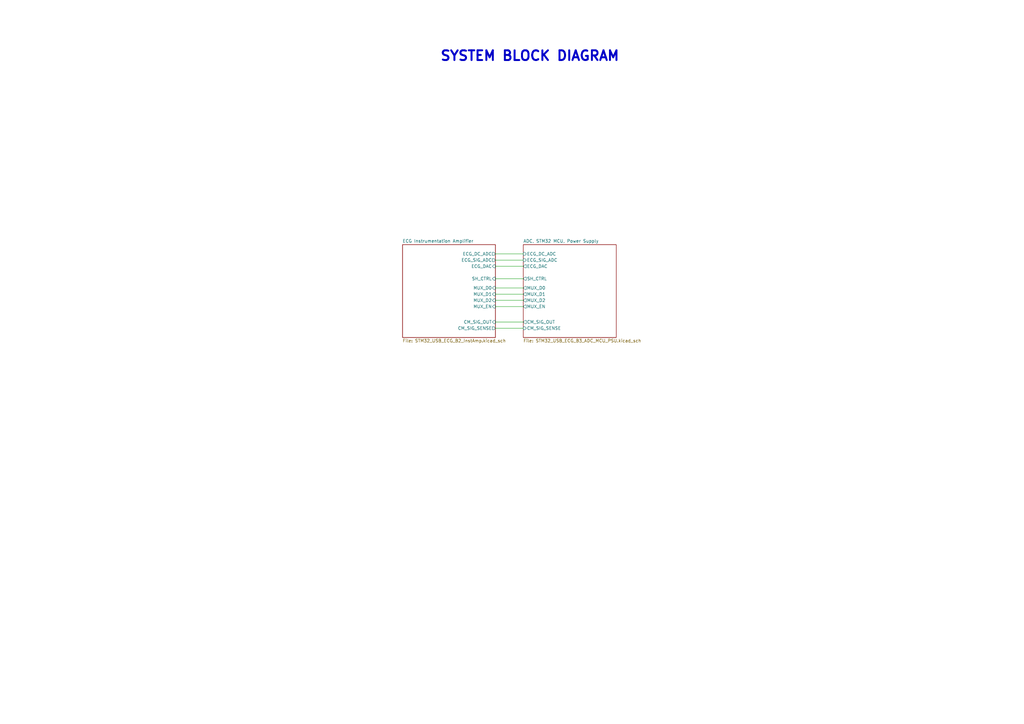
<source format=kicad_sch>
(kicad_sch (version 20211123) (generator eeschema)

  (uuid eb473bfd-fc2d-4cf0-8714-6b7dd95b0a03)

  (paper "A3")

  (title_block
    (title "STM32F401 USB ECG")
    (date "2021-10-30")
    (rev "1.0")
    (company "Universitas Lampung")
    (comment 1 "Design by: Reyhan Issatyadi Darmawan")
  )

  (lib_symbols
  )


  (wire (pts (xy 203.2 134.62) (xy 214.63 134.62))
    (stroke (width 0) (type default) (color 0 0 0 0))
    (uuid 1317ff66-8ecf-46c9-9612-8d2eae03c537)
  )
  (wire (pts (xy 203.2 132.08) (xy 214.63 132.08))
    (stroke (width 0) (type default) (color 0 0 0 0))
    (uuid 1755646e-fc08-4e43-a301-d9b3ea704cf6)
  )
  (wire (pts (xy 203.2 123.19) (xy 214.63 123.19))
    (stroke (width 0) (type default) (color 0 0 0 0))
    (uuid 26bc8641-9bca-4204-9709-deedbe202a36)
  )
  (wire (pts (xy 203.2 104.14) (xy 214.63 104.14))
    (stroke (width 0) (type default) (color 0 0 0 0))
    (uuid 42d3f9d6-2a47-41a8-b942-295fcb83bcd8)
  )
  (wire (pts (xy 203.2 106.68) (xy 214.63 106.68))
    (stroke (width 0) (type default) (color 0 0 0 0))
    (uuid 7bea05d4-1dec-4cd6-aa53-302dde803254)
  )
  (wire (pts (xy 203.2 118.11) (xy 214.63 118.11))
    (stroke (width 0) (type default) (color 0 0 0 0))
    (uuid 89a3dae6-dcb5-435b-a383-656b6a19a316)
  )
  (wire (pts (xy 203.2 109.22) (xy 214.63 109.22))
    (stroke (width 0) (type default) (color 0 0 0 0))
    (uuid a5362821-c161-4c7a-a00c-40e1d7472d56)
  )
  (wire (pts (xy 203.2 114.3) (xy 214.63 114.3))
    (stroke (width 0) (type default) (color 0 0 0 0))
    (uuid a917c6d9-225d-4c90-bf25-fe8eff8abd3f)
  )
  (wire (pts (xy 203.2 120.65) (xy 214.63 120.65))
    (stroke (width 0) (type default) (color 0 0 0 0))
    (uuid b54cae5b-c17c-4ed7-b249-2e7d5e83609a)
  )
  (wire (pts (xy 203.2 125.73) (xy 214.63 125.73))
    (stroke (width 0) (type default) (color 0 0 0 0))
    (uuid fd5f7d77-0f73-4021-88a8-0641f0fe8d98)
  )

  (text "SYSTEM BLOCK DIAGRAM" (at 180.34 25.4 0)
    (effects (font (size 3.9878 3.9878) (thickness 0.7976) bold) (justify left bottom))
    (uuid fb35e3b1-aff6-41a7-9cf0-52694b95edeb)
  )

  (sheet (at 165.1 100.33) (size 38.1 38.1) (fields_autoplaced)
    (stroke (width 0) (type solid) (color 0 0 0 0))
    (fill (color 0 0 0 0.0000))
    (uuid 00000000-0000-0000-0000-0000617dc0f4)
    (property "Sheet name" "ECG Instrumentation Amplifier" (id 0) (at 165.1 99.6184 0)
      (effects (font (size 1.27 1.27)) (justify left bottom))
    )
    (property "Sheet file" "STM32_USB_ECG_B2_InstAmp.kicad_sch" (id 1) (at 165.1 139.0146 0)
      (effects (font (size 1.27 1.27)) (justify left top))
    )
    (pin "ECG_DAC" input (at 203.2 109.22 0)
      (effects (font (size 1.27 1.27)) (justify right))
      (uuid 46cbe85d-ff47-428e-b187-4ebd50a66e0c)
    )
    (pin "ECG_SIG_ADC" output (at 203.2 106.68 0)
      (effects (font (size 1.27 1.27)) (justify right))
      (uuid 015f5586-ba76-4a98-9114-f5cd2c67134d)
    )
    (pin "ECG_DC_ADC" output (at 203.2 104.14 0)
      (effects (font (size 1.27 1.27)) (justify right))
      (uuid 541721d1-074b-496e-a833-813044b3e8ca)
    )
    (pin "SH_CTRL" input (at 203.2 114.3 0)
      (effects (font (size 1.27 1.27)) (justify right))
      (uuid d05faa1f-5f69-41bf-86d3-2cd224432e1b)
    )
    (pin "MUX_D1" input (at 203.2 120.65 0)
      (effects (font (size 1.27 1.27)) (justify right))
      (uuid 2f424da3-8fae-4941-bc6d-20044787372f)
    )
    (pin "MUX_D0" input (at 203.2 118.11 0)
      (effects (font (size 1.27 1.27)) (justify right))
      (uuid 41485de5-6ed3-4c83-b69e-ef83ae18093c)
    )
    (pin "MUX_D2" input (at 203.2 123.19 0)
      (effects (font (size 1.27 1.27)) (justify right))
      (uuid 3bca658b-a598-4669-a7cb-3f9b5f47bb5a)
    )
    (pin "CM_SIG_SENSE" output (at 203.2 134.62 0)
      (effects (font (size 1.27 1.27)) (justify right))
      (uuid bef2abc2-bf3e-4a72-ad03-f8da3cd893cb)
    )
    (pin "CM_SIG_OUT" input (at 203.2 132.08 0)
      (effects (font (size 1.27 1.27)) (justify right))
      (uuid b7aa0362-7c9e-4a42-b191-ab15a38bf3c5)
    )
    (pin "MUX_EN" input (at 203.2 125.73 0)
      (effects (font (size 1.27 1.27)) (justify right))
      (uuid dd1edfbb-5fb6-42cd-b740-fd54ab3ef1f1)
    )
  )

  (sheet (at 214.63 100.33) (size 38.1 38.1) (fields_autoplaced)
    (stroke (width 0) (type solid) (color 0 0 0 0))
    (fill (color 0 0 0 0.0000))
    (uuid 00000000-0000-0000-0000-000061ac4078)
    (property "Sheet name" "ADC, STM32 MCU, Power Supply" (id 0) (at 214.63 99.6184 0)
      (effects (font (size 1.27 1.27)) (justify left bottom))
    )
    (property "Sheet file" "STM32_USB_ECG_B3_ADC_MCU_PSU.kicad_sch" (id 1) (at 214.63 139.0146 0)
      (effects (font (size 1.27 1.27)) (justify left top))
    )
    (pin "ECG_SIG_ADC" input (at 214.63 106.68 180)
      (effects (font (size 1.27 1.27)) (justify left))
      (uuid ca6e2466-a90a-4dab-be16-b070610e5087)
    )
    (pin "ECG_DC_ADC" input (at 214.63 104.14 180)
      (effects (font (size 1.27 1.27)) (justify left))
      (uuid d18f2428-546f-4066-8ffb-7653303685db)
    )
    (pin "ECG_DAC" output (at 214.63 109.22 180)
      (effects (font (size 1.27 1.27)) (justify left))
      (uuid d95c6650-fcd9-4184-97fe-fde43ea5c0cd)
    )
    (pin "SH_CTRL" output (at 214.63 114.3 180)
      (effects (font (size 1.27 1.27)) (justify left))
      (uuid 12fa3c3f-3d14-451a-a6a8-884fd1b32fa7)
    )
    (pin "MUX_D0" output (at 214.63 118.11 180)
      (effects (font (size 1.27 1.27)) (justify left))
      (uuid f4a1ab68-998b-43e3-aa33-40b58210bc99)
    )
    (pin "CM_SIG_SENSE" input (at 214.63 134.62 180)
      (effects (font (size 1.27 1.27)) (justify left))
      (uuid e76ec524-408a-4daa-89f6-0edfdbcfb621)
    )
    (pin "CM_SIG_OUT" output (at 214.63 132.08 180)
      (effects (font (size 1.27 1.27)) (justify left))
      (uuid 78b44915-d68e-4488-a873-34767153ef98)
    )
    (pin "MUX_D1" output (at 214.63 120.65 180)
      (effects (font (size 1.27 1.27)) (justify left))
      (uuid 3993c707-5291-41b6-83c0-d1c09cb3833a)
    )
    (pin "MUX_D2" output (at 214.63 123.19 180)
      (effects (font (size 1.27 1.27)) (justify left))
      (uuid 17ff35b3-d658-499b-9a46-ea36063fed4e)
    )
    (pin "MUX_EN" output (at 214.63 125.73 180)
      (effects (font (size 1.27 1.27)) (justify left))
      (uuid d13b0eae-4711-4325-a6bb-aa8e3646e86e)
    )
  )

  (sheet_instances
    (path "/" (page "1"))
    (path "/00000000-0000-0000-0000-000061ac4078" (page "2"))
    (path "/00000000-0000-0000-0000-0000617dc0f4" (page "3"))
  )

  (symbol_instances
    (path "/00000000-0000-0000-0000-0000617dc0f4/00000000-0000-0000-0000-000061c42342"
      (reference "#PWR0101") (unit 1) (value "GNDA") (footprint "")
    )
    (path "/00000000-0000-0000-0000-0000617dc0f4/00000000-0000-0000-0000-0000620951db"
      (reference "#PWR0102") (unit 1) (value "GNDA") (footprint "")
    )
    (path "/00000000-0000-0000-0000-0000617dc0f4/00000000-0000-0000-0000-000061925b86"
      (reference "#PWR0103") (unit 1) (value "GNDA") (footprint "")
    )
    (path "/00000000-0000-0000-0000-0000617dc0f4/00000000-0000-0000-0000-0000619255c7"
      (reference "#PWR0104") (unit 1) (value "+5VA") (footprint "")
    )
    (path "/00000000-0000-0000-0000-0000617dc0f4/00000000-0000-0000-0000-0000617f8e08"
      (reference "#PWR0105") (unit 1) (value "GNDA") (footprint "")
    )
    (path "/00000000-0000-0000-0000-0000617dc0f4/00000000-0000-0000-0000-000061b07179"
      (reference "#PWR0106") (unit 1) (value "GNDA") (footprint "")
    )
    (path "/00000000-0000-0000-0000-0000617dc0f4/00000000-0000-0000-0000-000061b29a05"
      (reference "#PWR0107") (unit 1) (value "GNDA") (footprint "")
    )
    (path "/00000000-0000-0000-0000-0000617dc0f4/00000000-0000-0000-0000-000061b8bae8"
      (reference "#PWR0108") (unit 1) (value "GNDA") (footprint "")
    )
    (path "/00000000-0000-0000-0000-0000617dc0f4/00000000-0000-0000-0000-000061baeac3"
      (reference "#PWR0109") (unit 1) (value "GNDA") (footprint "")
    )
    (path "/00000000-0000-0000-0000-0000617dc0f4/00000000-0000-0000-0000-000061bd3833"
      (reference "#PWR0110") (unit 1) (value "GNDA") (footprint "")
    )
    (path "/00000000-0000-0000-0000-0000617dc0f4/00000000-0000-0000-0000-000061c45b8a"
      (reference "#PWR0111") (unit 1) (value "GNDA") (footprint "")
    )
    (path "/00000000-0000-0000-0000-0000617dc0f4/00000000-0000-0000-0000-000061c6d911"
      (reference "#PWR0112") (unit 1) (value "GNDA") (footprint "")
    )
    (path "/00000000-0000-0000-0000-0000617dc0f4/00000000-0000-0000-0000-000061c969fa"
      (reference "#PWR0113") (unit 1) (value "GNDA") (footprint "")
    )
    (path "/00000000-0000-0000-0000-0000617dc0f4/00000000-0000-0000-0000-0000617f87c8"
      (reference "#PWR0114") (unit 1) (value "+5VA") (footprint "")
    )
    (path "/00000000-0000-0000-0000-0000617dc0f4/00000000-0000-0000-0000-000061a3ebfb"
      (reference "#PWR0115") (unit 1) (value "VREF") (footprint "")
    )
    (path "/00000000-0000-0000-0000-0000617dc0f4/00000000-0000-0000-0000-000061b0716f"
      (reference "#PWR0116") (unit 1) (value "+5VA") (footprint "")
    )
    (path "/00000000-0000-0000-0000-0000617dc0f4/00000000-0000-0000-0000-000061b4adda"
      (reference "#PWR0117") (unit 1) (value "VREF") (footprint "")
    )
    (path "/00000000-0000-0000-0000-0000617dc0f4/00000000-0000-0000-0000-000061b299fb"
      (reference "#PWR0118") (unit 1) (value "+5VA") (footprint "")
    )
    (path "/00000000-0000-0000-0000-0000617dc0f4/00000000-0000-0000-0000-000061b4b1ce"
      (reference "#PWR0119") (unit 1) (value "VREF") (footprint "")
    )
    (path "/00000000-0000-0000-0000-0000617dc0f4/00000000-0000-0000-0000-000061b8bade"
      (reference "#PWR0120") (unit 1) (value "+5VA") (footprint "")
    )
    (path "/00000000-0000-0000-0000-0000617dc0f4/00000000-0000-0000-0000-000061b8bb02"
      (reference "#PWR0121") (unit 1) (value "VREF") (footprint "")
    )
    (path "/00000000-0000-0000-0000-0000617dc0f4/00000000-0000-0000-0000-000061baeab9"
      (reference "#PWR0122") (unit 1) (value "+5VA") (footprint "")
    )
    (path "/00000000-0000-0000-0000-0000617dc0f4/00000000-0000-0000-0000-000061baeadd"
      (reference "#PWR0123") (unit 1) (value "VREF") (footprint "")
    )
    (path "/00000000-0000-0000-0000-0000617dc0f4/00000000-0000-0000-0000-000061bd3829"
      (reference "#PWR0124") (unit 1) (value "+5VA") (footprint "")
    )
    (path "/00000000-0000-0000-0000-0000617dc0f4/00000000-0000-0000-0000-000061bd384d"
      (reference "#PWR0125") (unit 1) (value "VREF") (footprint "")
    )
    (path "/00000000-0000-0000-0000-0000617dc0f4/00000000-0000-0000-0000-000061c45b80"
      (reference "#PWR0126") (unit 1) (value "+5VA") (footprint "")
    )
    (path "/00000000-0000-0000-0000-0000617dc0f4/00000000-0000-0000-0000-000061c45ba4"
      (reference "#PWR0127") (unit 1) (value "VREF") (footprint "")
    )
    (path "/00000000-0000-0000-0000-0000617dc0f4/00000000-0000-0000-0000-000061c6d907"
      (reference "#PWR0128") (unit 1) (value "+5VA") (footprint "")
    )
    (path "/00000000-0000-0000-0000-0000617dc0f4/00000000-0000-0000-0000-000061c6d92b"
      (reference "#PWR0129") (unit 1) (value "VREF") (footprint "")
    )
    (path "/00000000-0000-0000-0000-0000617dc0f4/00000000-0000-0000-0000-000061c969f0"
      (reference "#PWR0130") (unit 1) (value "+5VA") (footprint "")
    )
    (path "/00000000-0000-0000-0000-0000617dc0f4/00000000-0000-0000-0000-000061c96a14"
      (reference "#PWR0131") (unit 1) (value "VREF") (footprint "")
    )
    (path "/00000000-0000-0000-0000-0000617dc0f4/00000000-0000-0000-0000-000061a4e5c2"
      (reference "#PWR0132") (unit 1) (value "VREF") (footprint "")
    )
    (path "/00000000-0000-0000-0000-0000617dc0f4/0d79d486-012b-4c1f-8516-e86b190c59e8"
      (reference "#PWR0133") (unit 1) (value "VREF") (footprint "")
    )
    (path "/00000000-0000-0000-0000-0000617dc0f4/60edc9be-ffd4-4131-94ec-c92d31cecaae"
      (reference "#PWR0134") (unit 1) (value "VREF") (footprint "")
    )
    (path "/00000000-0000-0000-0000-0000617dc0f4/cc0eb0ba-33a8-4fe6-9590-65bf8c1373b3"
      (reference "#PWR0135") (unit 1) (value "VREF") (footprint "")
    )
    (path "/00000000-0000-0000-0000-0000617dc0f4/991b0d20-f184-40c0-a5eb-f7e1d16ddcbf"
      (reference "#PWR0136") (unit 1) (value "VREF") (footprint "")
    )
    (path "/00000000-0000-0000-0000-0000617dc0f4/4d87a56a-0871-45d5-8286-5dd321624bbb"
      (reference "#PWR0137") (unit 1) (value "VREF") (footprint "")
    )
    (path "/00000000-0000-0000-0000-0000617dc0f4/eb913f9f-8d88-4bdb-8974-20384a1848db"
      (reference "#PWR0138") (unit 1) (value "VREF") (footprint "")
    )
    (path "/00000000-0000-0000-0000-0000617dc0f4/a3a21cc4-ef32-41aa-b0ca-b9b6bb0304c5"
      (reference "#PWR0139") (unit 1) (value "VREF") (footprint "")
    )
    (path "/00000000-0000-0000-0000-0000617dc0f4/12b76d40-d668-477c-a84c-572cdf5d996c"
      (reference "#PWR0140") (unit 1) (value "VREF") (footprint "")
    )
    (path "/00000000-0000-0000-0000-0000617dc0f4/00000000-0000-0000-0000-000061af4b66"
      (reference "#PWR0141") (unit 1) (value "VREF") (footprint "")
    )
    (path "/00000000-0000-0000-0000-0000617dc0f4/00000000-0000-0000-0000-000061ba9759"
      (reference "#PWR0142") (unit 1) (value "+5VA") (footprint "")
    )
    (path "/00000000-0000-0000-0000-0000617dc0f4/00000000-0000-0000-0000-000061aa46d6"
      (reference "#PWR0143") (unit 1) (value "GNDA") (footprint "")
    )
    (path "/00000000-0000-0000-0000-0000617dc0f4/00000000-0000-0000-0000-000061baa2d8"
      (reference "#PWR0144") (unit 1) (value "+5VA") (footprint "")
    )
    (path "/00000000-0000-0000-0000-0000617dc0f4/00000000-0000-0000-0000-000061af7a2d"
      (reference "#PWR0145") (unit 1) (value "GNDA") (footprint "")
    )
    (path "/00000000-0000-0000-0000-0000617dc0f4/00000000-0000-0000-0000-000061af5c89"
      (reference "#PWR0146") (unit 1) (value "VREF") (footprint "")
    )
    (path "/00000000-0000-0000-0000-0000617dc0f4/00000000-0000-0000-0000-00006182a434"
      (reference "#PWR0147") (unit 1) (value "GNDA") (footprint "")
    )
    (path "/00000000-0000-0000-0000-0000617dc0f4/00000000-0000-0000-0000-000061a74384"
      (reference "#PWR0148") (unit 1) (value "GNDA") (footprint "")
    )
    (path "/00000000-0000-0000-0000-0000617dc0f4/00000000-0000-0000-0000-000061ae4a39"
      (reference "#PWR0149") (unit 1) (value "GNDA") (footprint "")
    )
    (path "/00000000-0000-0000-0000-0000617dc0f4/00000000-0000-0000-0000-00006185b5de"
      (reference "#PWR0150") (unit 1) (value "+5VA") (footprint "")
    )
    (path "/00000000-0000-0000-0000-0000617dc0f4/00000000-0000-0000-0000-000062253b0f"
      (reference "#PWR0151") (unit 1) (value "-1.5VA") (footprint "")
    )
    (path "/00000000-0000-0000-0000-0000617dc0f4/00000000-0000-0000-0000-000061ab932d"
      (reference "#PWR0152") (unit 1) (value "GNDA") (footprint "")
    )
    (path "/00000000-0000-0000-0000-0000617dc0f4/00000000-0000-0000-0000-000061ae4a4d"
      (reference "#PWR0153") (unit 1) (value "GNDA") (footprint "")
    )
    (path "/00000000-0000-0000-0000-0000617dc0f4/00000000-0000-0000-0000-000061a4e223"
      (reference "#PWR0154") (unit 1) (value "GNDA") (footprint "")
    )
    (path "/00000000-0000-0000-0000-0000617dc0f4/00000000-0000-0000-0000-000061ac387f"
      (reference "#PWR0155") (unit 1) (value "GNDA") (footprint "")
    )
    (path "/00000000-0000-0000-0000-0000617dc0f4/00000000-0000-0000-0000-000061ae4a61"
      (reference "#PWR0156") (unit 1) (value "GNDA") (footprint "")
    )
    (path "/00000000-0000-0000-0000-0000617dc0f4/00000000-0000-0000-0000-0000618499d4"
      (reference "#PWR0157") (unit 1) (value "GNDA") (footprint "")
    )
    (path "/00000000-0000-0000-0000-0000617dc0f4/00000000-0000-0000-0000-000061ac3893"
      (reference "#PWR0158") (unit 1) (value "GNDA") (footprint "")
    )
    (path "/00000000-0000-0000-0000-0000617dc0f4/00000000-0000-0000-0000-000061ae4a75"
      (reference "#PWR0159") (unit 1) (value "GNDA") (footprint "")
    )
    (path "/00000000-0000-0000-0000-0000617dc0f4/00000000-0000-0000-0000-0000619802d0"
      (reference "#PWR0160") (unit 1) (value "+5VA") (footprint "")
    )
    (path "/00000000-0000-0000-0000-0000617dc0f4/00000000-0000-0000-0000-000061980a06"
      (reference "#PWR0161") (unit 1) (value "GNDA") (footprint "")
    )
    (path "/00000000-0000-0000-0000-0000617dc0f4/00000000-0000-0000-0000-000062134e70"
      (reference "#PWR0162") (unit 1) (value "GNDA") (footprint "")
    )
    (path "/00000000-0000-0000-0000-0000617dc0f4/00000000-0000-0000-0000-0000621c35df"
      (reference "#PWR0163") (unit 1) (value "+5VA") (footprint "")
    )
    (path "/00000000-0000-0000-0000-0000617dc0f4/00000000-0000-0000-0000-000061aca41b"
      (reference "#PWR0164") (unit 1) (value "+5VA") (footprint "")
    )
    (path "/00000000-0000-0000-0000-0000617dc0f4/00000000-0000-0000-0000-000061d0cd7b"
      (reference "#PWR0165") (unit 1) (value "GNDA") (footprint "")
    )
    (path "/00000000-0000-0000-0000-0000617dc0f4/00000000-0000-0000-0000-000061d0d19a"
      (reference "#PWR0166") (unit 1) (value "GNDA") (footprint "")
    )
    (path "/00000000-0000-0000-0000-0000617dc0f4/00000000-0000-0000-0000-000061a5e60c"
      (reference "#PWR0167") (unit 1) (value "+5VA") (footprint "")
    )
    (path "/00000000-0000-0000-0000-0000617dc0f4/00000000-0000-0000-0000-000061a5eba4"
      (reference "#PWR0168") (unit 1) (value "GNDA") (footprint "")
    )
    (path "/00000000-0000-0000-0000-0000617dc0f4/00000000-0000-0000-0000-000062530c50"
      (reference "#PWR0169") (unit 1) (value "VREF") (footprint "")
    )
    (path "/00000000-0000-0000-0000-0000617dc0f4/9d70f602-e513-43c6-90d0-f9c62c6130eb"
      (reference "#PWR0170") (unit 1) (value "GNDA") (footprint "")
    )
    (path "/00000000-0000-0000-0000-0000617dc0f4/9714dce3-9b48-45e0-8348-5ee569cdd739"
      (reference "#PWR0171") (unit 1) (value "GNDA") (footprint "")
    )
    (path "/00000000-0000-0000-0000-0000617dc0f4/00000000-0000-0000-0000-000061f501e0"
      (reference "#PWR0174") (unit 1) (value "GNDA") (footprint "")
    )
    (path "/00000000-0000-0000-0000-0000617dc0f4/00000000-0000-0000-0000-0000620540bd"
      (reference "#PWR0175") (unit 1) (value "GNDA") (footprint "")
    )
    (path "/00000000-0000-0000-0000-000061ac4078/00000000-0000-0000-0000-000061ac7cad"
      (reference "#PWR0201") (unit 1) (value "GNDA") (footprint "")
    )
    (path "/00000000-0000-0000-0000-000061ac4078/00000000-0000-0000-0000-00006214a09e"
      (reference "#PWR0202") (unit 1) (value "GNDA") (footprint "")
    )
    (path "/00000000-0000-0000-0000-000061ac4078/00000000-0000-0000-0000-00006214776b"
      (reference "#PWR0203") (unit 1) (value "+5VD") (footprint "")
    )
    (path "/00000000-0000-0000-0000-000061ac4078/00000000-0000-0000-0000-000062171e00"
      (reference "#PWR0204") (unit 1) (value "GNDD") (footprint "")
    )
    (path "/00000000-0000-0000-0000-000061ac4078/00000000-0000-0000-0000-000061ad05bf"
      (reference "#PWR0205") (unit 1) (value "GNDA") (footprint "")
    )
    (path "/00000000-0000-0000-0000-000061ac4078/00000000-0000-0000-0000-000061ad2101"
      (reference "#PWR0206") (unit 1) (value "GNDA") (footprint "")
    )
    (path "/00000000-0000-0000-0000-000061ac4078/00000000-0000-0000-0000-000061b26ce0"
      (reference "#PWR0207") (unit 1) (value "GNDA") (footprint "")
    )
    (path "/00000000-0000-0000-0000-000061ac4078/00000000-0000-0000-0000-000061b30ebc"
      (reference "#PWR0208") (unit 1) (value "GNDA") (footprint "")
    )
    (path "/00000000-0000-0000-0000-000061ac4078/00000000-0000-0000-0000-000061ad2485"
      (reference "#PWR0209") (unit 1) (value "GNDA") (footprint "")
    )
    (path "/00000000-0000-0000-0000-000061ac4078/00000000-0000-0000-0000-000061b27d88"
      (reference "#PWR0210") (unit 1) (value "GNDA") (footprint "")
    )
    (path "/00000000-0000-0000-0000-000061ac4078/00000000-0000-0000-0000-000061b31726"
      (reference "#PWR0211") (unit 1) (value "GNDA") (footprint "")
    )
    (path "/00000000-0000-0000-0000-000061ac4078/00000000-0000-0000-0000-000061b28825"
      (reference "#PWR0212") (unit 1) (value "+5VA") (footprint "")
    )
    (path "/00000000-0000-0000-0000-000061ac4078/00000000-0000-0000-0000-000062171837"
      (reference "#PWR0214") (unit 1) (value "GNDD") (footprint "")
    )
    (path "/00000000-0000-0000-0000-000061ac4078/00000000-0000-0000-0000-00006204b8ad"
      (reference "#PWR0215") (unit 1) (value "-1.5VA") (footprint "")
    )
    (path "/00000000-0000-0000-0000-000061ac4078/00000000-0000-0000-0000-000062004124"
      (reference "#PWR0216") (unit 1) (value "GNDA") (footprint "")
    )
    (path "/00000000-0000-0000-0000-000061ac4078/00000000-0000-0000-0000-000061fcee5e"
      (reference "#PWR0217") (unit 1) (value "GNDA") (footprint "")
    )
    (path "/00000000-0000-0000-0000-000061ac4078/00000000-0000-0000-0000-000061fe2483"
      (reference "#PWR0218") (unit 1) (value "GNDA") (footprint "")
    )
    (path "/00000000-0000-0000-0000-000061ac4078/00000000-0000-0000-0000-000062016a31"
      (reference "#PWR0219") (unit 1) (value "GNDA") (footprint "")
    )
    (path "/00000000-0000-0000-0000-000061ac4078/00000000-0000-0000-0000-000061e156e2"
      (reference "#PWR0220") (unit 1) (value "GNDA") (footprint "")
    )
    (path "/00000000-0000-0000-0000-000061ac4078/00000000-0000-0000-0000-000061fbe6e1"
      (reference "#PWR0221") (unit 1) (value "GNDA") (footprint "")
    )
    (path "/00000000-0000-0000-0000-000061ac4078/00000000-0000-0000-0000-0000621438a6"
      (reference "#PWR0222") (unit 1) (value "+5VD") (footprint "")
    )
    (path "/00000000-0000-0000-0000-000061ac4078/00000000-0000-0000-0000-00006216feaf"
      (reference "#PWR0223") (unit 1) (value "GNDD") (footprint "")
    )
    (path "/00000000-0000-0000-0000-000061ac4078/00000000-0000-0000-0000-000061d08b53"
      (reference "#PWR0224") (unit 1) (value "+5VD") (footprint "")
    )
    (path "/00000000-0000-0000-0000-000061ac4078/00000000-0000-0000-0000-000061b69b1e"
      (reference "#PWR0225") (unit 1) (value "GNDD") (footprint "")
    )
    (path "/00000000-0000-0000-0000-000061ac4078/00000000-0000-0000-0000-000061d09e80"
      (reference "#PWR0226") (unit 1) (value "+5VA") (footprint "")
    )
    (path "/00000000-0000-0000-0000-000061ac4078/00000000-0000-0000-0000-000061bab219"
      (reference "#PWR0227") (unit 1) (value "GNDA") (footprint "")
    )
    (path "/00000000-0000-0000-0000-000061ac4078/00000000-0000-0000-0000-0000621703ee"
      (reference "#PWR0228") (unit 1) (value "GNDD") (footprint "")
    )
    (path "/00000000-0000-0000-0000-000061ac4078/00000000-0000-0000-0000-000061b697d2"
      (reference "#PWR0229") (unit 1) (value "GNDD") (footprint "")
    )
    (path "/00000000-0000-0000-0000-000061ac4078/00000000-0000-0000-0000-000061babbd3"
      (reference "#PWR0230") (unit 1) (value "GNDA") (footprint "")
    )
    (path "/00000000-0000-0000-0000-000061ac4078/00000000-0000-0000-0000-000061b46d9f"
      (reference "#PWR0231") (unit 1) (value "+5VD") (footprint "")
    )
    (path "/00000000-0000-0000-0000-000061ac4078/00000000-0000-0000-0000-0000621710a9"
      (reference "#PWR0232") (unit 1) (value "GNDD") (footprint "")
    )
    (path "/00000000-0000-0000-0000-000061ac4078/00000000-0000-0000-0000-000061addfb5"
      (reference "#PWR0233") (unit 1) (value "GNDD") (footprint "")
    )
    (path "/00000000-0000-0000-0000-000061ac4078/00000000-0000-0000-0000-000061babebf"
      (reference "#PWR0234") (unit 1) (value "GNDA") (footprint "")
    )
    (path "/00000000-0000-0000-0000-000061ac4078/00000000-0000-0000-0000-000061acee42"
      (reference "#PWR0235") (unit 1) (value "GNDD") (footprint "")
    )
    (path "/00000000-0000-0000-0000-000061ac4078/00000000-0000-0000-0000-000061bac144"
      (reference "#PWR0236") (unit 1) (value "GNDA") (footprint "")
    )
    (path "/00000000-0000-0000-0000-000061ac4078/00000000-0000-0000-0000-00006191700c"
      (reference "#PWR0238") (unit 1) (value "GNDD") (footprint "")
    )
    (path "/00000000-0000-0000-0000-000061ac4078/00000000-0000-0000-0000-000062209a8d"
      (reference "#PWR0239") (unit 1) (value "+5VD") (footprint "")
    )
    (path "/00000000-0000-0000-0000-000061ac4078/00000000-0000-0000-0000-00006217064a"
      (reference "#PWR0240") (unit 1) (value "GNDD") (footprint "")
    )
    (path "/00000000-0000-0000-0000-000061ac4078/00000000-0000-0000-0000-000062174823"
      (reference "#PWR0241") (unit 1) (value "GNDD") (footprint "")
    )
    (path "/00000000-0000-0000-0000-000061ac4078/00000000-0000-0000-0000-0000624e9f04"
      (reference "#PWR0242") (unit 1) (value "+3.3V") (footprint "")
    )
    (path "/00000000-0000-0000-0000-000061ac4078/00000000-0000-0000-0000-0000624e949c"
      (reference "#PWR0243") (unit 1) (value "GND") (footprint "")
    )
    (path "/00000000-0000-0000-0000-000061ac4078/00000000-0000-0000-0000-0000621dba01"
      (reference "#PWR0244") (unit 1) (value "GND") (footprint "")
    )
    (path "/00000000-0000-0000-0000-000061ac4078/00000000-0000-0000-0000-0000621c8b93"
      (reference "#PWR0245") (unit 1) (value "GND") (footprint "")
    )
    (path "/00000000-0000-0000-0000-000061ac4078/00000000-0000-0000-0000-0000621e84ea"
      (reference "#PWR0246") (unit 1) (value "+3.3V") (footprint "")
    )
    (path "/00000000-0000-0000-0000-000061ac4078/00000000-0000-0000-0000-000061934383"
      (reference "#PWR0247") (unit 1) (value "VBUS") (footprint "")
    )
    (path "/00000000-0000-0000-0000-000061ac4078/00000000-0000-0000-0000-000061929786"
      (reference "#PWR0248") (unit 1) (value "GND") (footprint "")
    )
    (path "/00000000-0000-0000-0000-000061ac4078/00000000-0000-0000-0000-000061949c07"
      (reference "#PWR0249") (unit 1) (value "VBUS") (footprint "")
    )
    (path "/00000000-0000-0000-0000-000061ac4078/00000000-0000-0000-0000-00006195f0fc"
      (reference "#PWR0250") (unit 1) (value "GND") (footprint "")
    )
    (path "/00000000-0000-0000-0000-000061ac4078/00000000-0000-0000-0000-0000623935e2"
      (reference "#PWR0251") (unit 1) (value "GNDD") (footprint "")
    )
    (path "/00000000-0000-0000-0000-000061ac4078/00000000-0000-0000-0000-000061d9a1cf"
      (reference "#PWR0252") (unit 1) (value "GND") (footprint "")
    )
    (path "/00000000-0000-0000-0000-000061ac4078/00000000-0000-0000-0000-00006238d29c"
      (reference "#PWR0253") (unit 1) (value "GND") (footprint "")
    )
    (path "/00000000-0000-0000-0000-000061ac4078/00000000-0000-0000-0000-000061811d3d"
      (reference "#PWR0254") (unit 1) (value "GND") (footprint "")
    )
    (path "/00000000-0000-0000-0000-000061ac4078/00000000-0000-0000-0000-0000623413d9"
      (reference "#PWR0255") (unit 1) (value "GND") (footprint "")
    )
    (path "/00000000-0000-0000-0000-000061ac4078/00000000-0000-0000-0000-0000622fbb37"
      (reference "#PWR0256") (unit 1) (value "+3.3V") (footprint "")
    )
    (path "/00000000-0000-0000-0000-000061ac4078/00000000-0000-0000-0000-000061dc823c"
      (reference "#PWR0257") (unit 1) (value "GND") (footprint "")
    )
    (path "/00000000-0000-0000-0000-000061ac4078/00000000-0000-0000-0000-000062366f35"
      (reference "#PWR0258") (unit 1) (value "GND") (footprint "")
    )
    (path "/00000000-0000-0000-0000-000061ac4078/00000000-0000-0000-0000-0000623d0e0a"
      (reference "#PWR0259") (unit 1) (value "GND") (footprint "")
    )
    (path "/00000000-0000-0000-0000-000061ac4078/00000000-0000-0000-0000-000061a90447"
      (reference "#PWR0260") (unit 1) (value "GNDA") (footprint "")
    )
    (path "/00000000-0000-0000-0000-000061ac4078/00000000-0000-0000-0000-000062340838"
      (reference "#PWR0261") (unit 1) (value "+3.3V") (footprint "")
    )
    (path "/00000000-0000-0000-0000-000061ac4078/00000000-0000-0000-0000-000062301a26"
      (reference "#PWR0262") (unit 1) (value "GND") (footprint "")
    )
    (path "/00000000-0000-0000-0000-000061ac4078/00000000-0000-0000-0000-0000623c10b4"
      (reference "#PWR0263") (unit 1) (value "+3.3V") (footprint "")
    )
    (path "/00000000-0000-0000-0000-000061ac4078/00000000-0000-0000-0000-000062301dda"
      (reference "#PWR0264") (unit 1) (value "GND") (footprint "")
    )
    (path "/00000000-0000-0000-0000-000061ac4078/00000000-0000-0000-0000-000062302006"
      (reference "#PWR0265") (unit 1) (value "GND") (footprint "")
    )
    (path "/00000000-0000-0000-0000-000061ac4078/00000000-0000-0000-0000-000062347f4c"
      (reference "#PWR0266") (unit 1) (value "+3.3V") (footprint "")
    )
    (path "/00000000-0000-0000-0000-000061ac4078/00000000-0000-0000-0000-00006231d878"
      (reference "#PWR0267") (unit 1) (value "GND") (footprint "")
    )
    (path "/00000000-0000-0000-0000-000061ac4078/00000000-0000-0000-0000-0000622e74ba"
      (reference "#PWR0268") (unit 1) (value "VBUS") (footprint "")
    )
    (path "/00000000-0000-0000-0000-000061ac4078/00000000-0000-0000-0000-0000623030f8"
      (reference "#PWR0269") (unit 1) (value "GND") (footprint "")
    )
    (path "/00000000-0000-0000-0000-000061ac4078/00000000-0000-0000-0000-0000617c93b6"
      (reference "#PWR0270") (unit 1) (value "GND") (footprint "")
    )
    (path "/00000000-0000-0000-0000-000061ac4078/00000000-0000-0000-0000-000061be75b8"
      (reference "#PWR0271") (unit 1) (value "GND") (footprint "")
    )
    (path "/00000000-0000-0000-0000-000061ac4078/00000000-0000-0000-0000-000061bfb140"
      (reference "#PWR0272") (unit 1) (value "GND") (footprint "")
    )
    (path "/00000000-0000-0000-0000-000061ac4078/00000000-0000-0000-0000-000061b9922b"
      (reference "#PWR?") (unit 1) (value "+5VD") (footprint "")
    )
    (path "/00000000-0000-0000-0000-000061ac4078/00000000-0000-0000-0000-000061b99778"
      (reference "#PWR?") (unit 1) (value "+5VD") (footprint "")
    )
    (path "/00000000-0000-0000-0000-000061ac4078/00000000-0000-0000-0000-000061bc5207"
      (reference "#PWR?") (unit 1) (value "GNDD") (footprint "")
    )
    (path "/00000000-0000-0000-0000-000061ac4078/00000000-0000-0000-0000-000061c3b463"
      (reference "#SYM201") (unit 1) (value "SYM_Arrow45_Normal") (footprint "")
    )
    (path "/00000000-0000-0000-0000-0000617dc0f4/00000000-0000-0000-0000-00006193530f"
      (reference "C101") (unit 1) (value "2.2nF") (footprint "Capacitor_SMD:C_1206_3216Metric_Pad1.33x1.80mm_HandSolder")
    )
    (path "/00000000-0000-0000-0000-0000617dc0f4/00000000-0000-0000-0000-0000617ed10c"
      (reference "C102") (unit 1) (value "6.8nF") (footprint "Capacitor_SMD:C_1206_3216Metric_Pad1.33x1.80mm_HandSolder")
    )
    (path "/00000000-0000-0000-0000-0000617dc0f4/00000000-0000-0000-0000-000061803bb4"
      (reference "C103") (unit 1) (value "6.8nF") (footprint "Capacitor_SMD:C_1206_3216Metric_Pad1.33x1.80mm_HandSolder")
    )
    (path "/00000000-0000-0000-0000-0000617dc0f4/00000000-0000-0000-0000-00006180d91a"
      (reference "C104") (unit 1) (value "6.8nF") (footprint "Capacitor_SMD:C_1206_3216Metric_Pad1.33x1.80mm_HandSolder")
    )
    (path "/00000000-0000-0000-0000-0000617dc0f4/00000000-0000-0000-0000-00006180d9a2"
      (reference "C105") (unit 1) (value "6.8nF") (footprint "Capacitor_SMD:C_1206_3216Metric_Pad1.33x1.80mm_HandSolder")
    )
    (path "/00000000-0000-0000-0000-0000617dc0f4/00000000-0000-0000-0000-00006184bbeb"
      (reference "C106") (unit 1) (value "6.8nF") (footprint "Capacitor_SMD:C_1206_3216Metric_Pad1.33x1.80mm_HandSolder")
    )
    (path "/00000000-0000-0000-0000-0000617dc0f4/00000000-0000-0000-0000-00006184bc73"
      (reference "C107") (unit 1) (value "6.8nF") (footprint "Capacitor_SMD:C_1206_3216Metric_Pad1.33x1.80mm_HandSolder")
    )
    (path "/00000000-0000-0000-0000-0000617dc0f4/00000000-0000-0000-0000-00006184bcfb"
      (reference "C108") (unit 1) (value "6.8nF") (footprint "Capacitor_SMD:C_1206_3216Metric_Pad1.33x1.80mm_HandSolder")
    )
    (path "/00000000-0000-0000-0000-0000617dc0f4/00000000-0000-0000-0000-00006184bd83"
      (reference "C109") (unit 1) (value "6.8nF") (footprint "Capacitor_SMD:C_1206_3216Metric_Pad1.33x1.80mm_HandSolder")
    )
    (path "/00000000-0000-0000-0000-0000617dc0f4/00000000-0000-0000-0000-0000618b42cb"
      (reference "C110") (unit 1) (value "6.8nF") (footprint "Capacitor_SMD:C_1206_3216Metric_Pad1.33x1.80mm_HandSolder")
    )
    (path "/00000000-0000-0000-0000-0000617dc0f4/00000000-0000-0000-0000-0000617f2fa4"
      (reference "C111") (unit 1) (value "22pF") (footprint "Capacitor_SMD:C_1206_3216Metric_Pad1.33x1.80mm_HandSolder")
    )
    (path "/00000000-0000-0000-0000-0000617dc0f4/00000000-0000-0000-0000-000061803bea"
      (reference "C112") (unit 1) (value "22pF") (footprint "Capacitor_SMD:C_1206_3216Metric_Pad1.33x1.80mm_HandSolder")
    )
    (path "/00000000-0000-0000-0000-0000617dc0f4/00000000-0000-0000-0000-00006180d950"
      (reference "C113") (unit 1) (value "22pF") (footprint "Capacitor_SMD:C_1206_3216Metric_Pad1.33x1.80mm_HandSolder")
    )
    (path "/00000000-0000-0000-0000-0000617dc0f4/00000000-0000-0000-0000-00006180d9d8"
      (reference "C114") (unit 1) (value "22pF") (footprint "Capacitor_SMD:C_1206_3216Metric_Pad1.33x1.80mm_HandSolder")
    )
    (path "/00000000-0000-0000-0000-0000617dc0f4/00000000-0000-0000-0000-00006184bc21"
      (reference "C115") (unit 1) (value "22pF") (footprint "Capacitor_SMD:C_1206_3216Metric_Pad1.33x1.80mm_HandSolder")
    )
    (path "/00000000-0000-0000-0000-0000617dc0f4/00000000-0000-0000-0000-00006184bca9"
      (reference "C116") (unit 1) (value "22pF") (footprint "Capacitor_SMD:C_1206_3216Metric_Pad1.33x1.80mm_HandSolder")
    )
    (path "/00000000-0000-0000-0000-0000617dc0f4/00000000-0000-0000-0000-00006184bd31"
      (reference "C117") (unit 1) (value "22pF") (footprint "Capacitor_SMD:C_1206_3216Metric_Pad1.33x1.80mm_HandSolder")
    )
    (path "/00000000-0000-0000-0000-0000617dc0f4/00000000-0000-0000-0000-00006184bdb9"
      (reference "C118") (unit 1) (value "22pF") (footprint "Capacitor_SMD:C_1206_3216Metric_Pad1.33x1.80mm_HandSolder")
    )
    (path "/00000000-0000-0000-0000-0000617dc0f4/a8960c0a-5169-4dba-b593-37c07d7d3833"
      (reference "C119") (unit 1) (value "1nF") (footprint "Capacitor_SMD:C_0805_2012Metric_Pad1.18x1.45mm_HandSolder")
    )
    (path "/00000000-0000-0000-0000-0000617dc0f4/00000000-0000-0000-0000-000061ba3491"
      (reference "C120") (unit 1) (value "100nF") (footprint "Capacitor_SMD:C_0805_2012Metric_Pad1.18x1.45mm_HandSolder")
    )
    (path "/00000000-0000-0000-0000-0000617dc0f4/00000000-0000-0000-0000-0000617ef08d"
      (reference "C121") (unit 1) (value "4.7uF") (footprint "Capacitor_SMD:C_0805_2012Metric_Pad1.18x1.45mm_HandSolder")
    )
    (path "/00000000-0000-0000-0000-0000617dc0f4/00000000-0000-0000-0000-0000617fac79"
      (reference "C123") (unit 1) (value "100nF") (footprint "Capacitor_SMD:C_0805_2012Metric_Pad1.18x1.45mm_HandSolder")
    )
    (path "/00000000-0000-0000-0000-0000617dc0f4/00000000-0000-0000-0000-000061a45e4d"
      (reference "C124") (unit 1) (value "20nF") (footprint "Capacitor_SMD:C_0805_2012Metric_Pad1.18x1.45mm_HandSolder")
    )
    (path "/00000000-0000-0000-0000-0000617dc0f4/00000000-0000-0000-0000-000061ae4a2f"
      (reference "C125") (unit 1) (value "20nF") (footprint "Capacitor_SMD:C_0805_2012Metric_Pad1.18x1.45mm_HandSolder")
    )
    (path "/00000000-0000-0000-0000-0000617dc0f4/00000000-0000-0000-0000-0000617fb373"
      (reference "C126") (unit 1) (value "100nF") (footprint "Capacitor_SMD:C_0805_2012Metric_Pad1.18x1.45mm_HandSolder")
    )
    (path "/00000000-0000-0000-0000-0000617dc0f4/00000000-0000-0000-0000-000061ab9323"
      (reference "C127") (unit 1) (value "20nF") (footprint "Capacitor_SMD:C_0805_2012Metric_Pad1.18x1.45mm_HandSolder")
    )
    (path "/00000000-0000-0000-0000-0000617dc0f4/00000000-0000-0000-0000-000061ae4a43"
      (reference "C128") (unit 1) (value "20nF") (footprint "Capacitor_SMD:C_0805_2012Metric_Pad1.18x1.45mm_HandSolder")
    )
    (path "/00000000-0000-0000-0000-0000617dc0f4/00000000-0000-0000-0000-000061ac3867"
      (reference "C129") (unit 1) (value "20nF") (footprint "Capacitor_SMD:C_0805_2012Metric_Pad1.18x1.45mm_HandSolder")
    )
    (path "/00000000-0000-0000-0000-0000617dc0f4/00000000-0000-0000-0000-000061ae4a57"
      (reference "C130") (unit 1) (value "20nF") (footprint "Capacitor_SMD:C_0805_2012Metric_Pad1.18x1.45mm_HandSolder")
    )
    (path "/00000000-0000-0000-0000-0000617dc0f4/00000000-0000-0000-0000-000061849352"
      (reference "C131") (unit 1) (value "15nF") (footprint "Capacitor_SMD:C_0805_2012Metric_Pad1.18x1.45mm_HandSolder")
    )
    (path "/00000000-0000-0000-0000-0000617dc0f4/00000000-0000-0000-0000-000061ac3889"
      (reference "C132") (unit 1) (value "20nF") (footprint "Capacitor_SMD:C_0805_2012Metric_Pad1.18x1.45mm_HandSolder")
    )
    (path "/00000000-0000-0000-0000-0000617dc0f4/00000000-0000-0000-0000-000061ae4a6b"
      (reference "C133") (unit 1) (value "20nF") (footprint "Capacitor_SMD:C_0805_2012Metric_Pad1.18x1.45mm_HandSolder")
    )
    (path "/00000000-0000-0000-0000-0000617dc0f4/00000000-0000-0000-0000-000061942dde"
      (reference "C134") (unit 1) (value "100nF") (footprint "Capacitor_SMD:C_0805_2012Metric_Pad1.18x1.45mm_HandSolder")
    )
    (path "/00000000-0000-0000-0000-0000617dc0f4/00000000-0000-0000-0000-0000619c134c"
      (reference "C135") (unit 1) (value "100nF") (footprint "Capacitor_SMD:C_0805_2012Metric_Pad1.18x1.45mm_HandSolder")
    )
    (path "/00000000-0000-0000-0000-0000617dc0f4/00000000-0000-0000-0000-0000619c1769"
      (reference "C136") (unit 1) (value "100nF") (footprint "Capacitor_SMD:C_0805_2012Metric_Pad1.18x1.45mm_HandSolder")
    )
    (path "/00000000-0000-0000-0000-0000617dc0f4/00000000-0000-0000-0000-0000619c1a06"
      (reference "C137") (unit 1) (value "100nF") (footprint "Capacitor_SMD:C_0805_2012Metric_Pad1.18x1.45mm_HandSolder")
    )
    (path "/00000000-0000-0000-0000-0000617dc0f4/00000000-0000-0000-0000-000061d571de"
      (reference "C138") (unit 1) (value "100nF") (footprint "Capacitor_SMD:C_0805_2012Metric_Pad1.18x1.45mm_HandSolder")
    )
    (path "/00000000-0000-0000-0000-0000617dc0f4/00000000-0000-0000-0000-000061e42a50"
      (reference "C139") (unit 1) (value "4.7pF") (footprint "Capacitor_SMD:C_1206_3216Metric_Pad1.33x1.80mm_HandSolder")
    )
    (path "/00000000-0000-0000-0000-0000617dc0f4/00000000-0000-0000-0000-000061e8c50a"
      (reference "C140") (unit 1) (value "4.7pF") (footprint "Capacitor_SMD:C_1206_3216Metric_Pad1.33x1.80mm_HandSolder")
    )
    (path "/00000000-0000-0000-0000-0000617dc0f4/00000000-0000-0000-0000-000061f501d4"
      (reference "C141") (unit 1) (value "1nF") (footprint "Capacitor_SMD:C_0805_2012Metric_Pad1.18x1.45mm_HandSolder")
    )
    (path "/00000000-0000-0000-0000-0000617dc0f4/00000000-0000-0000-0000-0000620540b2"
      (reference "C142") (unit 1) (value "1nF") (footprint "Capacitor_SMD:C_0805_2012Metric_Pad1.18x1.45mm_HandSolder")
    )
    (path "/00000000-0000-0000-0000-0000617dc0f4/00000000-0000-0000-0000-0000619a9104"
      (reference "C143") (unit 1) (value "4.7uF") (footprint "Capacitor_SMD:C_0805_2012Metric_Pad1.18x1.45mm_HandSolder")
    )
    (path "/00000000-0000-0000-0000-000061ac4078/00000000-0000-0000-0000-000061ab5646"
      (reference "C201") (unit 1) (value "100nF") (footprint "Capacitor_SMD:C_0805_2012Metric_Pad1.18x1.45mm_HandSolder")
    )
    (path "/00000000-0000-0000-0000-000061ac4078/00000000-0000-0000-0000-000062147ef4"
      (reference "C202") (unit 1) (value "1uF") (footprint "Capacitor_SMD:C_0805_2012Metric_Pad1.18x1.45mm_HandSolder")
    )
    (path "/00000000-0000-0000-0000-000061ac4078/00000000-0000-0000-0000-000061b26866"
      (reference "C203") (unit 1) (value "100nF") (footprint "Capacitor_SMD:C_0805_2012Metric_Pad1.18x1.45mm_HandSolder")
    )
    (path "/00000000-0000-0000-0000-000061ac4078/00000000-0000-0000-0000-000061b2ef9d"
      (reference "C204") (unit 1) (value "100nF") (footprint "Capacitor_SMD:C_0805_2012Metric_Pad1.18x1.45mm_HandSolder")
    )
    (path "/00000000-0000-0000-0000-000061ac4078/00000000-0000-0000-0000-000061b27a0c"
      (reference "C205") (unit 1) (value "4.7uF") (footprint "Capacitor_SMD:C_0805_2012Metric_Pad1.18x1.45mm_HandSolder")
    )
    (path "/00000000-0000-0000-0000-000061ac4078/00000000-0000-0000-0000-000061b2f601"
      (reference "C206") (unit 1) (value "4.7uF") (footprint "Capacitor_SMD:C_0805_2012Metric_Pad1.18x1.45mm_HandSolder")
    )
    (path "/00000000-0000-0000-0000-000061ac4078/00000000-0000-0000-0000-000061ff27cb"
      (reference "C207") (unit 1) (value "4.7uF") (footprint "Capacitor_SMD:C_0805_2012Metric_Pad1.18x1.45mm_HandSolder")
    )
    (path "/00000000-0000-0000-0000-000061ac4078/00000000-0000-0000-0000-0000621544b9"
      (reference "C208") (unit 1) (value "22pF") (footprint "Capacitor_SMD:C_0805_2012Metric_Pad1.18x1.45mm_HandSolder")
    )
    (path "/00000000-0000-0000-0000-000061ac4078/00000000-0000-0000-0000-000062154e4d"
      (reference "C209") (unit 1) (value "22pF") (footprint "Capacitor_SMD:C_0805_2012Metric_Pad1.18x1.45mm_HandSolder")
    )
    (path "/00000000-0000-0000-0000-000061ac4078/00000000-0000-0000-0000-000061fce72a"
      (reference "C210") (unit 1) (value "10uF") (footprint "Capacitor_THT:CP_Radial_D5.0mm_P2.50mm")
    )
    (path "/00000000-0000-0000-0000-000061ac4078/00000000-0000-0000-0000-000061fe1fc0"
      (reference "C211") (unit 1) (value "1uF") (footprint "Capacitor_SMD:C_0805_2012Metric_Pad1.18x1.45mm_HandSolder")
    )
    (path "/00000000-0000-0000-0000-000061ac4078/00000000-0000-0000-0000-000061df612b"
      (reference "C212") (unit 1) (value "10uF") (footprint "Capacitor_THT:CP_Radial_D5.0mm_P2.50mm")
    )
    (path "/00000000-0000-0000-0000-000061ac4078/00000000-0000-0000-0000-000061faeb53"
      (reference "C213") (unit 1) (value "100nF") (footprint "Capacitor_SMD:C_0805_2012Metric_Pad1.18x1.45mm_HandSolder")
    )
    (path "/00000000-0000-0000-0000-000061ac4078/00000000-0000-0000-0000-000061b4a7d3"
      (reference "C214") (unit 1) (value "100nF") (footprint "Capacitor_SMD:C_0805_2012Metric_Pad1.18x1.45mm_HandSolder")
    )
    (path "/00000000-0000-0000-0000-000061ac4078/00000000-0000-0000-0000-000061b4c5fc"
      (reference "C215") (unit 1) (value "1uF") (footprint "Capacitor_SMD:C_0805_2012Metric_Pad1.18x1.45mm_HandSolder")
    )
    (path "/00000000-0000-0000-0000-000061ac4078/00000000-0000-0000-0000-000061b87722"
      (reference "C216") (unit 1) (value "1uF") (footprint "Capacitor_SMD:C_0805_2012Metric_Pad1.18x1.45mm_HandSolder")
    )
    (path "/00000000-0000-0000-0000-000061ac4078/00000000-0000-0000-0000-000061b49642"
      (reference "C217") (unit 1) (value "4.7uF") (footprint "Capacitor_SMD:C_0805_2012Metric_Pad1.18x1.45mm_HandSolder")
    )
    (path "/00000000-0000-0000-0000-000061ac4078/00000000-0000-0000-0000-000061b4bd89"
      (reference "C218") (unit 1) (value "100nF") (footprint "Capacitor_SMD:C_0805_2012Metric_Pad1.18x1.45mm_HandSolder")
    )
    (path "/00000000-0000-0000-0000-000061ac4078/00000000-0000-0000-0000-000061b87718"
      (reference "C219") (unit 1) (value "100nF") (footprint "Capacitor_SMD:C_0805_2012Metric_Pad1.18x1.45mm_HandSolder")
    )
    (path "/00000000-0000-0000-0000-000061ac4078/00000000-0000-0000-0000-000061adcf77"
      (reference "C220") (unit 1) (value "4.7uF") (footprint "Capacitor_SMD:C_0805_2012Metric_Pad1.18x1.45mm_HandSolder")
    )
    (path "/00000000-0000-0000-0000-000061ac4078/00000000-0000-0000-0000-000061b876fd"
      (reference "C221") (unit 1) (value "4.7uF") (footprint "Capacitor_SMD:C_0805_2012Metric_Pad1.18x1.45mm_HandSolder")
    )
    (path "/00000000-0000-0000-0000-000061ac4078/00000000-0000-0000-0000-000061b4bc81"
      (reference "C222") (unit 1) (value "1uF") (footprint "Capacitor_SMD:C_0805_2012Metric_Pad1.18x1.45mm_HandSolder")
    )
    (path "/00000000-0000-0000-0000-000061ac4078/00000000-0000-0000-0000-0000619db742"
      (reference "C223") (unit 1) (value "330uF") (footprint "Capacitor_THT:CP_Radial_D10.0mm_P5.00mm")
    )
    (path "/00000000-0000-0000-0000-000061ac4078/00000000-0000-0000-0000-0000624c2ca3"
      (reference "C224") (unit 1) (value "100nF") (footprint "Capacitor_SMD:C_0805_2012Metric_Pad1.18x1.45mm_HandSolder")
    )
    (path "/00000000-0000-0000-0000-000061ac4078/00000000-0000-0000-0000-0000624c3873"
      (reference "C225") (unit 1) (value "100nF") (footprint "Capacitor_SMD:C_0805_2012Metric_Pad1.18x1.45mm_HandSolder")
    )
    (path "/00000000-0000-0000-0000-000061ac4078/00000000-0000-0000-0000-0000624c3b2b"
      (reference "C226") (unit 1) (value "100nF") (footprint "Capacitor_SMD:C_0805_2012Metric_Pad1.18x1.45mm_HandSolder")
    )
    (path "/00000000-0000-0000-0000-000061ac4078/00000000-0000-0000-0000-0000624c3d9b"
      (reference "C227") (unit 1) (value "100nF") (footprint "Capacitor_SMD:C_0805_2012Metric_Pad1.18x1.45mm_HandSolder")
    )
    (path "/00000000-0000-0000-0000-000061ac4078/00000000-0000-0000-0000-00006182269c"
      (reference "C228") (unit 1) (value "10uF") (footprint "Capacitor_THT:CP_Radial_D5.0mm_P2.50mm")
    )
    (path "/00000000-0000-0000-0000-000061ac4078/00000000-0000-0000-0000-0000624c4067"
      (reference "C229") (unit 1) (value "100nF") (footprint "Capacitor_SMD:C_0805_2012Metric_Pad1.18x1.45mm_HandSolder")
    )
    (path "/00000000-0000-0000-0000-000061ac4078/00000000-0000-0000-0000-00006237fb66"
      (reference "C230") (unit 1) (value "4.7uF") (footprint "Capacitor_SMD:C_0805_2012Metric_Pad1.18x1.45mm_HandSolder")
    )
    (path "/00000000-0000-0000-0000-000061ac4078/00000000-0000-0000-0000-00006194a1f8"
      (reference "C231") (unit 1) (value "100nF") (footprint "Capacitor_SMD:C_0805_2012Metric_Pad1.18x1.45mm_HandSolder")
    )
    (path "/00000000-0000-0000-0000-000061ac4078/00000000-0000-0000-0000-0000623935ec"
      (reference "C232") (unit 1) (value "22pF") (footprint "Capacitor_SMD:C_0805_2012Metric_Pad1.18x1.45mm_HandSolder")
    )
    (path "/00000000-0000-0000-0000-000061ac4078/00000000-0000-0000-0000-0000623935cb"
      (reference "C233") (unit 1) (value "22pF") (footprint "Capacitor_SMD:C_0805_2012Metric_Pad1.18x1.45mm_HandSolder")
    )
    (path "/00000000-0000-0000-0000-000061ac4078/00000000-0000-0000-0000-0000623d0914"
      (reference "C234") (unit 1) (value "1uF") (footprint "Capacitor_SMD:C_0805_2012Metric_Pad1.18x1.45mm_HandSolder")
    )
    (path "/00000000-0000-0000-0000-000061ac4078/00000000-0000-0000-0000-000062340c1a"
      (reference "C235") (unit 1) (value "100nF") (footprint "Capacitor_SMD:C_0805_2012Metric_Pad1.18x1.45mm_HandSolder")
    )
    (path "/00000000-0000-0000-0000-000061ac4078/00000000-0000-0000-0000-000061a7d5c2"
      (reference "C236") (unit 1) (value "10uF") (footprint "Capacitor_THT:CP_Radial_D5.0mm_P2.50mm")
    )
    (path "/00000000-0000-0000-0000-000061ac4078/00000000-0000-0000-0000-000062300b6c"
      (reference "C237") (unit 1) (value "1uF") (footprint "Capacitor_SMD:C_0805_2012Metric_Pad1.18x1.45mm_HandSolder")
    )
    (path "/00000000-0000-0000-0000-000061ac4078/00000000-0000-0000-0000-000062301650"
      (reference "C238") (unit 1) (value "1uF") (footprint "Capacitor_SMD:C_0805_2012Metric_Pad1.18x1.45mm_HandSolder")
    )
    (path "/00000000-0000-0000-0000-000061ac4078/00000000-0000-0000-0000-000062302b51"
      (reference "C239") (unit 1) (value "10uF") (footprint "Capacitor_THT:CP_Radial_D5.0mm_P2.50mm")
    )
    (path "/00000000-0000-0000-0000-0000617dc0f4/00000000-0000-0000-0000-00006190fbd7"
      (reference "D101") (unit 1) (value "BAV99") (footprint "Package_TO_SOT_SMD:SOT-23")
    )
    (path "/00000000-0000-0000-0000-0000617dc0f4/00000000-0000-0000-0000-0000617ea3cd"
      (reference "D102") (unit 1) (value "BAV99") (footprint "Package_TO_SOT_SMD:SOT-23")
    )
    (path "/00000000-0000-0000-0000-0000617dc0f4/00000000-0000-0000-0000-000061b07165"
      (reference "D103") (unit 1) (value "BAV99") (footprint "Package_TO_SOT_SMD:SOT-23")
    )
    (path "/00000000-0000-0000-0000-0000617dc0f4/00000000-0000-0000-0000-000061b299f1"
      (reference "D104") (unit 1) (value "BAV99") (footprint "Package_TO_SOT_SMD:SOT-23")
    )
    (path "/00000000-0000-0000-0000-0000617dc0f4/00000000-0000-0000-0000-000061b8bad4"
      (reference "D105") (unit 1) (value "BAV99") (footprint "Package_TO_SOT_SMD:SOT-23")
    )
    (path "/00000000-0000-0000-0000-0000617dc0f4/00000000-0000-0000-0000-000061baeaaf"
      (reference "D106") (unit 1) (value "BAV99") (footprint "Package_TO_SOT_SMD:SOT-23")
    )
    (path "/00000000-0000-0000-0000-0000617dc0f4/00000000-0000-0000-0000-000061bd381f"
      (reference "D107") (unit 1) (value "BAV99") (footprint "Package_TO_SOT_SMD:SOT-23")
    )
    (path "/00000000-0000-0000-0000-0000617dc0f4/00000000-0000-0000-0000-000061c45b76"
      (reference "D108") (unit 1) (value "BAV99") (footprint "Package_TO_SOT_SMD:SOT-23")
    )
    (path "/00000000-0000-0000-0000-0000617dc0f4/00000000-0000-0000-0000-000061c6d8fd"
      (reference "D109") (unit 1) (value "BAV99") (footprint "Package_TO_SOT_SMD:SOT-23")
    )
    (path "/00000000-0000-0000-0000-0000617dc0f4/00000000-0000-0000-0000-000061c969e6"
      (reference "D110") (unit 1) (value "BAV99") (footprint "Package_TO_SOT_SMD:SOT-23")
    )
    (path "/00000000-0000-0000-0000-000061ac4078/00000000-0000-0000-0000-000062016486"
      (reference "D201") (unit 1) (value "2.0V") (footprint "")
    )
    (path "/00000000-0000-0000-0000-000061ac4078/00000000-0000-0000-0000-000061a68b0d"
      (reference "D202") (unit 1) (value "BLUE") (footprint "LED_THT:LED_D3.0mm_Clear")
    )
    (path "/00000000-0000-0000-0000-000061ac4078/00000000-0000-0000-0000-00006198d324"
      (reference "D203") (unit 1) (value "SS34") (footprint "Diode_SMD:D_SMA")
    )
    (path "/00000000-0000-0000-0000-000061ac4078/00000000-0000-0000-0000-00006198e183"
      (reference "D204") (unit 1) (value "SS34") (footprint "Diode_SMD:D_SMA")
    )
    (path "/00000000-0000-0000-0000-000061ac4078/00000000-0000-0000-0000-00006198e4a1"
      (reference "D205") (unit 1) (value "SS34") (footprint "Diode_SMD:D_SMA")
    )
    (path "/00000000-0000-0000-0000-000061ac4078/00000000-0000-0000-0000-00006198e4bb"
      (reference "D206") (unit 1) (value "SS34") (footprint "Diode_SMD:D_SMA")
    )
    (path "/00000000-0000-0000-0000-000061ac4078/00000000-0000-0000-0000-000061d7ba8e"
      (reference "D207") (unit 1) (value "RED") (footprint "LED_THT:LED_D3.0mm_Clear")
    )
    (path "/00000000-0000-0000-0000-000061ac4078/00000000-0000-0000-0000-000061d9b25f"
      (reference "D208") (unit 1) (value "GREEN") (footprint "LED_THT:LED_D3.0mm_Clear")
    )
    (path "/00000000-0000-0000-0000-000061ac4078/00000000-0000-0000-0000-000061bc4421"
      (reference "D?") (unit 1) (value "ORANGE") (footprint "LED_THT:LED_D3.0mm_Clear")
    )
    (path "/00000000-0000-0000-0000-000061ac4078/00000000-0000-0000-0000-0000622e8fb2"
      (reference "F201") (unit 1) (value "500mA") (footprint "")
    )
    (path "/00000000-0000-0000-0000-000061ac4078/00000000-0000-0000-0000-000061a913e5"
      (reference "FB201") (unit 1) (value "Ferrite Bead") (footprint "")
    )
    (path "/00000000-0000-0000-0000-000061ac4078/00000000-0000-0000-0000-000061c38020"
      (reference "FB202") (unit 1) (value "Ferrite Bead") (footprint "")
    )
    (path "/00000000-0000-0000-0000-0000617dc0f4/00000000-0000-0000-0000-00006186c779"
      (reference "J101") (unit 1) (value "ECG Cable") (footprint "Connector_Dsub:DSUB-15_Female_Horizontal_P2.77x2.84mm_EdgePinOffset7.70mm_Housed_MountingHolesOffset9.12mm")
    )
    (path "/00000000-0000-0000-0000-000061ac4078/00000000-0000-0000-0000-000061b1f237"
      (reference "J201") (unit 1) (value "AVR-ISP-6") (footprint "")
    )
    (path "/00000000-0000-0000-0000-000061ac4078/00000000-0000-0000-0000-000062167ff5"
      (reference "J202") (unit 1) (value "USB_B") (footprint "")
    )
    (path "/00000000-0000-0000-0000-0000617dc0f4/00000000-0000-0000-0000-0000619016b6"
      (reference "L101") (unit 1) (value "100uH") (footprint "Inductor_SMD:L_0805_2012Metric_Pad1.15x1.40mm_HandSolder")
    )
    (path "/00000000-0000-0000-0000-0000617dc0f4/00000000-0000-0000-0000-0000617ec2e1"
      (reference "L102") (unit 1) (value "100uH") (footprint "Inductor_SMD:L_0805_2012Metric_Pad1.15x1.40mm_HandSolder")
    )
    (path "/00000000-0000-0000-0000-0000617dc0f4/00000000-0000-0000-0000-000061803ba0"
      (reference "L103") (unit 1) (value "100uH") (footprint "Inductor_SMD:L_0805_2012Metric_Pad1.15x1.40mm_HandSolder")
    )
    (path "/00000000-0000-0000-0000-0000617dc0f4/00000000-0000-0000-0000-00006180d8f4"
      (reference "L104") (unit 1) (value "100uH") (footprint "Inductor_SMD:L_0805_2012Metric_Pad1.15x1.40mm_HandSolder")
    )
    (path "/00000000-0000-0000-0000-0000617dc0f4/00000000-0000-0000-0000-00006180d98e"
      (reference "L105") (unit 1) (value "100uH") (footprint "Inductor_SMD:L_0805_2012Metric_Pad1.15x1.40mm_HandSolder")
    )
    (path "/00000000-0000-0000-0000-0000617dc0f4/00000000-0000-0000-0000-00006184bbd7"
      (reference "L106") (unit 1) (value "100uH") (footprint "Inductor_SMD:L_0805_2012Metric_Pad1.15x1.40mm_HandSolder")
    )
    (path "/00000000-0000-0000-0000-0000617dc0f4/00000000-0000-0000-0000-00006184bc5f"
      (reference "L107") (unit 1) (value "100uH") (footprint "Inductor_SMD:L_0805_2012Metric_Pad1.15x1.40mm_HandSolder")
    )
    (path "/00000000-0000-0000-0000-0000617dc0f4/00000000-0000-0000-0000-00006184bce7"
      (reference "L108") (unit 1) (value "100uH") (footprint "Inductor_SMD:L_0805_2012Metric_Pad1.15x1.40mm_HandSolder")
    )
    (path "/00000000-0000-0000-0000-0000617dc0f4/00000000-0000-0000-0000-00006184bd6f"
      (reference "L109") (unit 1) (value "100uH") (footprint "Inductor_SMD:L_0805_2012Metric_Pad1.15x1.40mm_HandSolder")
    )
    (path "/00000000-0000-0000-0000-0000617dc0f4/00000000-0000-0000-0000-0000618b42a5"
      (reference "L110") (unit 1) (value "100uH") (footprint "Inductor_SMD:L_0805_2012Metric_Pad1.15x1.40mm_HandSolder")
    )
    (path "/00000000-0000-0000-0000-000061ac4078/00000000-0000-0000-0000-000061a9147c"
      (reference "L201") (unit 1) (value "47uH") (footprint "")
    )
    (path "/00000000-0000-0000-0000-000061ac4078/00000000-0000-0000-0000-000061fe1161"
      (reference "Q201") (unit 1) (value "MMBT3906") (footprint "Package_TO_SOT_SMD:SOT-23")
    )
    (path "/00000000-0000-0000-0000-000061ac4078/00000000-0000-0000-0000-000061814d2d"
      (reference "Q202") (unit 1) (value "2SK3225") (footprint "Package_TO_SOT_SMD:TO-252-2")
    )
    (path "/00000000-0000-0000-0000-000061ac4078/00000000-0000-0000-0000-00006181334b"
      (reference "Q203") (unit 1) (value "2SK3225") (footprint "Package_TO_SOT_SMD:TO-252-2")
    )
    (path "/00000000-0000-0000-0000-0000617dc0f4/00000000-0000-0000-0000-000061901c59"
      (reference "R101") (unit 1) (value "10K") (footprint "Resistor_SMD:R_0805_2012Metric_Pad1.20x1.40mm_HandSolder")
    )
    (path "/00000000-0000-0000-0000-0000617dc0f4/00000000-0000-0000-0000-0000617eead1"
      (reference "R102") (unit 1) (value "10K") (footprint "Resistor_SMD:R_0805_2012Metric_Pad1.20x1.40mm_HandSolder")
    )
    (path "/00000000-0000-0000-0000-0000617dc0f4/00000000-0000-0000-0000-000061b0715b"
      (reference "R103") (unit 1) (value "10K") (footprint "Resistor_SMD:R_0805_2012Metric_Pad1.20x1.40mm_HandSolder")
    )
    (path "/00000000-0000-0000-0000-0000617dc0f4/00000000-0000-0000-0000-000061b299e7"
      (reference "R104") (unit 1) (value "10K") (footprint "Resistor_SMD:R_0805_2012Metric_Pad1.20x1.40mm_HandSolder")
    )
    (path "/00000000-0000-0000-0000-0000617dc0f4/00000000-0000-0000-0000-000061b8baca"
      (reference "R105") (unit 1) (value "10K") (footprint "Resistor_SMD:R_0805_2012Metric_Pad1.20x1.40mm_HandSolder")
    )
    (path "/00000000-0000-0000-0000-0000617dc0f4/00000000-0000-0000-0000-000061baeaa5"
      (reference "R106") (unit 1) (value "10K") (footprint "Resistor_SMD:R_0805_2012Metric_Pad1.20x1.40mm_HandSolder")
    )
    (path "/00000000-0000-0000-0000-0000617dc0f4/00000000-0000-0000-0000-000061bd3815"
      (reference "R107") (unit 1) (value "10K") (footprint "Resistor_SMD:R_0805_2012Metric_Pad1.20x1.40mm_HandSolder")
    )
    (path "/00000000-0000-0000-0000-0000617dc0f4/00000000-0000-0000-0000-000061c45b6c"
      (reference "R108") (unit 1) (value "10K") (footprint "Resistor_SMD:R_0805_2012Metric_Pad1.20x1.40mm_HandSolder")
    )
    (path "/00000000-0000-0000-0000-0000617dc0f4/00000000-0000-0000-0000-000061c6d8f3"
      (reference "R109") (unit 1) (value "10K") (footprint "Resistor_SMD:R_0805_2012Metric_Pad1.20x1.40mm_HandSolder")
    )
    (path "/00000000-0000-0000-0000-0000617dc0f4/00000000-0000-0000-0000-000061c969dc"
      (reference "R110") (unit 1) (value "10K") (footprint "Resistor_SMD:R_0805_2012Metric_Pad1.20x1.40mm_HandSolder")
    )
    (path "/00000000-0000-0000-0000-0000617dc0f4/00000000-0000-0000-0000-00006193504f"
      (reference "R111") (unit 1) (value "2.2K") (footprint "Resistor_SMD:R_0805_2012Metric_Pad1.20x1.40mm_HandSolder")
    )
    (path "/00000000-0000-0000-0000-0000617dc0f4/00000000-0000-0000-0000-000061a1ed94"
      (reference "R112") (unit 1) (value "10M") (footprint "Resistor_SMD:R_1206_3216Metric_Pad1.30x1.75mm_HandSolder")
    )
    (path "/00000000-0000-0000-0000-0000617dc0f4/00000000-0000-0000-0000-000061b07187"
      (reference "R113") (unit 1) (value "10M") (footprint "Resistor_SMD:R_1206_3216Metric_Pad1.30x1.75mm_HandSolder")
    )
    (path "/00000000-0000-0000-0000-0000617dc0f4/00000000-0000-0000-0000-000061b29a13"
      (reference "R114") (unit 1) (value "10M") (footprint "Resistor_SMD:R_1206_3216Metric_Pad1.30x1.75mm_HandSolder")
    )
    (path "/00000000-0000-0000-0000-0000617dc0f4/00000000-0000-0000-0000-000061b8baf6"
      (reference "R115") (unit 1) (value "10M") (footprint "Resistor_SMD:R_1206_3216Metric_Pad1.30x1.75mm_HandSolder")
    )
    (path "/00000000-0000-0000-0000-0000617dc0f4/00000000-0000-0000-0000-000061baead1"
      (reference "R116") (unit 1) (value "10M") (footprint "Resistor_SMD:R_1206_3216Metric_Pad1.30x1.75mm_HandSolder")
    )
    (path "/00000000-0000-0000-0000-0000617dc0f4/00000000-0000-0000-0000-000061bd3841"
      (reference "R117") (unit 1) (value "10M") (footprint "Resistor_SMD:R_1206_3216Metric_Pad1.30x1.75mm_HandSolder")
    )
    (path "/00000000-0000-0000-0000-0000617dc0f4/00000000-0000-0000-0000-000061c45b98"
      (reference "R118") (unit 1) (value "10M") (footprint "Resistor_SMD:R_1206_3216Metric_Pad1.30x1.75mm_HandSolder")
    )
    (path "/00000000-0000-0000-0000-0000617dc0f4/00000000-0000-0000-0000-000061c6d91f"
      (reference "R119") (unit 1) (value "10M") (footprint "Resistor_SMD:R_1206_3216Metric_Pad1.30x1.75mm_HandSolder")
    )
    (path "/00000000-0000-0000-0000-0000617dc0f4/00000000-0000-0000-0000-000061c96a08"
      (reference "R120") (unit 1) (value "10M") (footprint "Resistor_SMD:R_1206_3216Metric_Pad1.30x1.75mm_HandSolder")
    )
    (path "/00000000-0000-0000-0000-0000617dc0f4/00000000-0000-0000-0000-000061934b96"
      (reference "R121") (unit 1) (value "1M") (footprint "Resistor_SMD:R_0805_2012Metric_Pad1.20x1.40mm_HandSolder")
    )
    (path "/00000000-0000-0000-0000-0000617dc0f4/00000000-0000-0000-0000-0000617ec7bf"
      (reference "R122") (unit 1) (value "51K") (footprint "Resistor_SMD:R_0805_2012Metric_Pad1.20x1.40mm_HandSolder")
    )
    (path "/00000000-0000-0000-0000-0000617dc0f4/00000000-0000-0000-0000-000061b07145"
      (reference "R123") (unit 1) (value "51K") (footprint "Resistor_SMD:R_0805_2012Metric_Pad1.20x1.40mm_HandSolder")
    )
    (path "/00000000-0000-0000-0000-0000617dc0f4/00000000-0000-0000-0000-000061b299dd"
      (reference "R124") (unit 1) (value "51K") (footprint "Resistor_SMD:R_0805_2012Metric_Pad1.20x1.40mm_HandSolder")
    )
    (path "/00000000-0000-0000-0000-0000617dc0f4/00000000-0000-0000-0000-000061b8bab4"
      (reference "R125") (unit 1) (value "51K") (footprint "Resistor_SMD:R_0805_2012Metric_Pad1.20x1.40mm_HandSolder")
    )
    (path "/00000000-0000-0000-0000-0000617dc0f4/00000000-0000-0000-0000-000061baea8f"
      (reference "R126") (unit 1) (value "51K") (footprint "Resistor_SMD:R_0805_2012Metric_Pad1.20x1.40mm_HandSolder")
    )
    (path "/00000000-0000-0000-0000-0000617dc0f4/00000000-0000-0000-0000-000061bd37ff"
      (reference "R127") (unit 1) (value "51K") (footprint "Resistor_SMD:R_0805_2012Metric_Pad1.20x1.40mm_HandSolder")
    )
    (path "/00000000-0000-0000-0000-0000617dc0f4/00000000-0000-0000-0000-000061c45b56"
      (reference "R128") (unit 1) (value "51K") (footprint "Resistor_SMD:R_0805_2012Metric_Pad1.20x1.40mm_HandSolder")
    )
    (path "/00000000-0000-0000-0000-0000617dc0f4/00000000-0000-0000-0000-000061c6d8dd"
      (reference "R129") (unit 1) (value "51K") (footprint "Resistor_SMD:R_0805_2012Metric_Pad1.20x1.40mm_HandSolder")
    )
    (path "/00000000-0000-0000-0000-0000617dc0f4/00000000-0000-0000-0000-000061c969d2"
      (reference "R130") (unit 1) (value "51K") (footprint "Resistor_SMD:R_0805_2012Metric_Pad1.20x1.40mm_HandSolder")
    )
    (path "/00000000-0000-0000-0000-0000617dc0f4/00000000-0000-0000-0000-00006195bd5f"
      (reference "R131") (unit 1) (value "10K") (footprint "Resistor_SMD:R_0805_2012Metric_Pad1.20x1.40mm_HandSolder")
    )
    (path "/00000000-0000-0000-0000-0000617dc0f4/00000000-0000-0000-0000-0000617f5277"
      (reference "R132") (unit 1) (value "10K") (footprint "Resistor_SMD:R_0805_2012Metric_Pad1.20x1.40mm_HandSolder")
    )
    (path "/00000000-0000-0000-0000-0000617dc0f4/00000000-0000-0000-0000-000061803bfb"
      (reference "R133") (unit 1) (value "10K") (footprint "Resistor_SMD:R_0805_2012Metric_Pad1.20x1.40mm_HandSolder")
    )
    (path "/00000000-0000-0000-0000-0000617dc0f4/00000000-0000-0000-0000-00006180d961"
      (reference "R134") (unit 1) (value "10K") (footprint "Resistor_SMD:R_0805_2012Metric_Pad1.20x1.40mm_HandSolder")
    )
    (path "/00000000-0000-0000-0000-0000617dc0f4/00000000-0000-0000-0000-00006180d9e9"
      (reference "R135") (unit 1) (value "10K") (footprint "Resistor_SMD:R_0805_2012Metric_Pad1.20x1.40mm_HandSolder")
    )
    (path "/00000000-0000-0000-0000-0000617dc0f4/00000000-0000-0000-0000-00006184bc32"
      (reference "R136") (unit 1) (value "10K") (footprint "Resistor_SMD:R_0805_2012Metric_Pad1.20x1.40mm_HandSolder")
    )
    (path "/00000000-0000-0000-0000-0000617dc0f4/00000000-0000-0000-0000-00006184bcba"
      (reference "R137") (unit 1) (value "10K") (footprint "Resistor_SMD:R_0805_2012Metric_Pad1.20x1.40mm_HandSolder")
    )
    (path "/00000000-0000-0000-0000-0000617dc0f4/00000000-0000-0000-0000-00006184bd42"
      (reference "R138") (unit 1) (value "10K") (footprint "Resistor_SMD:R_0805_2012Metric_Pad1.20x1.40mm_HandSolder")
    )
    (path "/00000000-0000-0000-0000-0000617dc0f4/00000000-0000-0000-0000-00006184bdca"
      (reference "R139") (unit 1) (value "10K") (footprint "Resistor_SMD:R_0805_2012Metric_Pad1.20x1.40mm_HandSolder")
    )
    (path "/00000000-0000-0000-0000-0000617dc0f4/00000000-0000-0000-0000-0000618b4312"
      (reference "R140") (unit 1) (value "20K") (footprint "Resistor_SMD:R_0805_2012Metric_Pad1.20x1.40mm_HandSolder")
    )
    (path "/00000000-0000-0000-0000-0000617dc0f4/00000000-0000-0000-0000-0000617f2843"
      (reference "R141") (unit 1) (value "20K") (footprint "Resistor_SMD:R_0805_2012Metric_Pad1.20x1.40mm_HandSolder")
    )
    (path "/00000000-0000-0000-0000-0000617dc0f4/00000000-0000-0000-0000-000061803be0"
      (reference "R142") (unit 1) (value "20K") (footprint "Resistor_SMD:R_0805_2012Metric_Pad1.20x1.40mm_HandSolder")
    )
    (path "/00000000-0000-0000-0000-0000617dc0f4/00000000-0000-0000-0000-00006180d946"
      (reference "R143") (unit 1) (value "20K") (footprint "Resistor_SMD:R_0805_2012Metric_Pad1.20x1.40mm_HandSolder")
    )
    (path "/00000000-0000-0000-0000-0000617dc0f4/00000000-0000-0000-0000-00006180d9ce"
      (reference "R144") (unit 1) (value "20K") (footprint "Resistor_SMD:R_0805_2012Metric_Pad1.20x1.40mm_HandSolder")
    )
    (path "/00000000-0000-0000-0000-0000617dc0f4/00000000-0000-0000-0000-00006184bc17"
      (reference "R145") (unit 1) (value "20K") (footprint "Resistor_SMD:R_0805_2012Metric_Pad1.20x1.40mm_HandSolder")
    )
    (path "/00000000-0000-0000-0000-0000617dc0f4/00000000-0000-0000-0000-00006184bc9f"
      (reference "R146") (unit 1) (value "20K") (footprint "Resistor_SMD:R_0805_2012Metric_Pad1.20x1.40mm_HandSolder")
    )
    (path "/00000000-0000-0000-0000-0000617dc0f4/00000000-0000-0000-0000-00006184bd27"
      (reference "R147") (unit 1) (value "20K") (footprint "Resistor_SMD:R_0805_2012Metric_Pad1.20x1.40mm_HandSolder")
    )
    (path "/00000000-0000-0000-0000-0000617dc0f4/00000000-0000-0000-0000-00006184bdaf"
      (reference "R148") (unit 1) (value "20K") (footprint "Resistor_SMD:R_0805_2012Metric_Pad1.20x1.40mm_HandSolder")
    )
    (path "/00000000-0000-0000-0000-0000617dc0f4/00000000-0000-0000-0000-0000618b42f7"
      (reference "R149") (unit 1) (value "10K") (footprint "Resistor_SMD:R_0805_2012Metric_Pad1.20x1.40mm_HandSolder")
    )
    (path "/00000000-0000-0000-0000-0000617dc0f4/00000000-0000-0000-0000-0000617eea3c"
      (reference "R151") (unit 1) (value "100R") (footprint "Resistor_SMD:R_0805_2012Metric_Pad1.20x1.40mm_HandSolder")
    )
    (path "/00000000-0000-0000-0000-0000617dc0f4/00000000-0000-0000-0000-000061848ed7"
      (reference "R155") (unit 1) (value "120R") (footprint "Resistor_SMD:R_0805_2012Metric_Pad1.20x1.40mm_HandSolder")
    )
    (path "/00000000-0000-0000-0000-0000617dc0f4/00000000-0000-0000-0000-000061cdfafc"
      (reference "R156") (unit 1) (value "2K") (footprint "Resistor_SMD:R_0805_2012Metric_Pad1.20x1.40mm_HandSolder")
    )
    (path "/00000000-0000-0000-0000-0000617dc0f4/00000000-0000-0000-0000-000061d69c6e"
      (reference "R157") (unit 1) (value "2K") (footprint "Resistor_SMD:R_0805_2012Metric_Pad1.20x1.40mm_HandSolder")
    )
    (path "/00000000-0000-0000-0000-0000617dc0f4/00000000-0000-0000-0000-000061d69333"
      (reference "R158") (unit 1) (value "2K") (footprint "Resistor_SMD:R_0805_2012Metric_Pad1.20x1.40mm_HandSolder")
    )
    (path "/00000000-0000-0000-0000-0000617dc0f4/00000000-0000-0000-0000-000061da7c01"
      (reference "R159") (unit 1) (value "2K") (footprint "Resistor_SMD:R_0805_2012Metric_Pad1.20x1.40mm_HandSolder")
    )
    (path "/00000000-0000-0000-0000-0000617dc0f4/00000000-0000-0000-0000-000061dfd098"
      (reference "R160") (unit 1) (value "200K") (footprint "Resistor_SMD:R_0805_2012Metric_Pad1.20x1.40mm_HandSolder")
    )
    (path "/00000000-0000-0000-0000-0000617dc0f4/00000000-0000-0000-0000-000061e1ecf9"
      (reference "R161") (unit 1) (value "56K") (footprint "Resistor_SMD:R_0805_2012Metric_Pad1.20x1.40mm_HandSolder")
    )
    (path "/00000000-0000-0000-0000-0000617dc0f4/00000000-0000-0000-0000-000061e1f0b2"
      (reference "R162") (unit 1) (value "200K") (footprint "Resistor_SMD:R_0805_2012Metric_Pad1.20x1.40mm_HandSolder")
    )
    (path "/00000000-0000-0000-0000-0000617dc0f4/00000000-0000-0000-0000-000061eb1c20"
      (reference "R163") (unit 1) (value "2K") (footprint "Resistor_SMD:R_0805_2012Metric_Pad1.20x1.40mm_HandSolder")
    )
    (path "/00000000-0000-0000-0000-0000617dc0f4/00000000-0000-0000-0000-000061eb240f"
      (reference "R164") (unit 1) (value "2K") (footprint "Resistor_SMD:R_0805_2012Metric_Pad1.20x1.40mm_HandSolder")
    )
    (path "/00000000-0000-0000-0000-0000617dc0f4/00000000-0000-0000-0000-000061e1f51e"
      (reference "R165") (unit 1) (value "56K") (footprint "Resistor_SMD:R_0805_2012Metric_Pad1.20x1.40mm_HandSolder")
    )
    (path "/00000000-0000-0000-0000-0000617dc0f4/00000000-0000-0000-0000-000061f501ca"
      (reference "R166") (unit 1) (value "100R") (footprint "Resistor_SMD:R_0805_2012Metric_Pad1.20x1.40mm_HandSolder")
    )
    (path "/00000000-0000-0000-0000-0000617dc0f4/00000000-0000-0000-0000-0000620540a8"
      (reference "R167") (unit 1) (value "100R") (footprint "Resistor_SMD:R_0805_2012Metric_Pad1.20x1.40mm_HandSolder")
    )
    (path "/00000000-0000-0000-0000-000061ac4078/00000000-0000-0000-0000-000061b2942d"
      (reference "R201") (unit 1) (value "47K") (footprint "Resistor_SMD:R_0805_2012Metric_Pad1.20x1.40mm_HandSolder")
    )
    (path "/00000000-0000-0000-0000-000061ac4078/00000000-0000-0000-0000-000061b32043"
      (reference "R202") (unit 1) (value "4.7K") (footprint "Resistor_SMD:R_0805_2012Metric_Pad1.20x1.40mm_HandSolder")
    )
    (path "/00000000-0000-0000-0000-000061ac4078/00000000-0000-0000-0000-000061ad833c"
      (reference "R203") (unit 1) (value "4.7K") (footprint "Resistor_SMD:R_0805_2012Metric_Pad1.20x1.40mm_HandSolder")
    )
    (path "/00000000-0000-0000-0000-000061ac4078/00000000-0000-0000-0000-00006200441a"
      (reference "R204") (unit 1) (value "1K") (footprint "Resistor_SMD:R_0805_2012Metric_Pad1.20x1.40mm_HandSolder")
    )
    (path "/00000000-0000-0000-0000-000061ac4078/00000000-0000-0000-0000-000061be682a"
      (reference "R205") (unit 1) (value "100K") (footprint "Resistor_SMD:R_0805_2012Metric_Pad1.20x1.40mm_HandSolder")
    )
    (path "/00000000-0000-0000-0000-000061ac4078/00000000-0000-0000-0000-00006214214a"
      (reference "R206") (unit 1) (value "20K") (footprint "Resistor_SMD:R_0805_2012Metric_Pad1.20x1.40mm_HandSolder")
    )
    (path "/00000000-0000-0000-0000-000061ac4078/00000000-0000-0000-0000-00006185c58e"
      (reference "R207") (unit 1) (value "2.2K") (footprint "Resistor_SMD:R_0805_2012Metric_Pad1.20x1.40mm_HandSolder")
    )
    (path "/00000000-0000-0000-0000-000061ac4078/00000000-0000-0000-0000-0000621e4c30"
      (reference "R208") (unit 1) (value "330R") (footprint "Resistor_SMD:R_0805_2012Metric_Pad1.20x1.40mm_HandSolder")
    )
    (path "/00000000-0000-0000-0000-000061ac4078/00000000-0000-0000-0000-0000621fbfd9"
      (reference "R209") (unit 1) (value "330R") (footprint "Resistor_SMD:R_0805_2012Metric_Pad1.20x1.40mm_HandSolder")
    )
    (path "/00000000-0000-0000-0000-000061ac4078/00000000-0000-0000-0000-0000621c2b50"
      (reference "R210") (unit 1) (value "330R") (footprint "Resistor_SMD:R_0805_2012Metric_Pad1.20x1.40mm_HandSolder")
    )
    (path "/00000000-0000-0000-0000-000061ac4078/00000000-0000-0000-0000-0000621db4a0"
      (reference "R211") (unit 1) (value "330R") (footprint "Resistor_SMD:R_0805_2012Metric_Pad1.20x1.40mm_HandSolder")
    )
    (path "/00000000-0000-0000-0000-000061ac4078/00000000-0000-0000-0000-00006191ec30"
      (reference "R212") (unit 1) (value "0.1R") (footprint "Resistor_SMD:R_2512_6332Metric_Pad1.40x3.35mm_HandSolder")
    )
    (path "/00000000-0000-0000-0000-000061ac4078/00000000-0000-0000-0000-000061dc002a"
      (reference "R213") (unit 1) (value "10R") (footprint "Resistor_SMD:R_0805_2012Metric_Pad1.20x1.40mm_HandSolder")
    )
    (path "/00000000-0000-0000-0000-000061ac4078/00000000-0000-0000-0000-00006185d4be"
      (reference "R214") (unit 1) (value "10R") (footprint "Resistor_SMD:R_0805_2012Metric_Pad1.20x1.40mm_HandSolder")
    )
    (path "/00000000-0000-0000-0000-000061ac4078/00000000-0000-0000-0000-000061d7cfe4"
      (reference "R215") (unit 1) (value "510R") (footprint "Resistor_SMD:R_0805_2012Metric_Pad1.20x1.40mm_HandSolder")
    )
    (path "/00000000-0000-0000-0000-000061ac4078/00000000-0000-0000-0000-000062335468"
      (reference "R216") (unit 1) (value "10K") (footprint "Resistor_SMD:R_0805_2012Metric_Pad1.20x1.40mm_HandSolder")
    )
    (path "/00000000-0000-0000-0000-000061ac4078/00000000-0000-0000-0000-000061daa1f2"
      (reference "R217") (unit 1) (value "510R") (footprint "Resistor_SMD:R_0805_2012Metric_Pad1.20x1.40mm_HandSolder")
    )
    (path "/00000000-0000-0000-0000-000061ac4078/00000000-0000-0000-0000-00006236037a"
      (reference "R218") (unit 1) (value "0R") (footprint "Resistor_SMD:R_0805_2012Metric_Pad1.20x1.40mm_HandSolder")
    )
    (path "/00000000-0000-0000-0000-000061ac4078/00000000-0000-0000-0000-000061bfadfa"
      (reference "R219") (unit 1) (value "100K") (footprint "Resistor_SMD:R_0805_2012Metric_Pad1.20x1.40mm_HandSolder")
    )
    (path "/00000000-0000-0000-0000-000061ac4078/00000000-0000-0000-0000-000061bc5518"
      (reference "R?") (unit 1) (value "510R") (footprint "Resistor_SMD:R_0805_2012Metric_Pad1.20x1.40mm_HandSolder")
    )
    (path "/00000000-0000-0000-0000-000061ac4078/00000000-0000-0000-0000-0000618044e0"
      (reference "T201") (unit 1) (value "Pulse Xfmr") (footprint "")
    )
    (path "/00000000-0000-0000-0000-0000617dc0f4/00000000-0000-0000-0000-00006212c1d2"
      (reference "U101") (unit 1) (value "TL074") (footprint "")
    )
    (path "/00000000-0000-0000-0000-0000617dc0f4/00000000-0000-0000-0000-000062124d66"
      (reference "U101") (unit 2) (value "TL074") (footprint "")
    )
    (path "/00000000-0000-0000-0000-0000617dc0f4/00000000-0000-0000-0000-00006212efbe"
      (reference "U101") (unit 3) (value "TL074") (footprint "")
    )
    (path "/00000000-0000-0000-0000-0000617dc0f4/00000000-0000-0000-0000-00006213099c"
      (reference "U101") (unit 4) (value "TL074") (footprint "")
    )
    (path "/00000000-0000-0000-0000-0000617dc0f4/00000000-0000-0000-0000-00006227b575"
      (reference "U101") (unit 5) (value "TL074") (footprint "")
    )
    (path "/00000000-0000-0000-0000-0000617dc0f4/00000000-0000-0000-0000-0000620fa8ce"
      (reference "U102") (unit 1) (value "TL074") (footprint "")
    )
    (path "/00000000-0000-0000-0000-0000617dc0f4/00000000-0000-0000-0000-00006212d41d"
      (reference "U102") (unit 2) (value "TL074") (footprint "")
    )
    (path "/00000000-0000-0000-0000-0000617dc0f4/00000000-0000-0000-0000-0000620fce1d"
      (reference "U102") (unit 3) (value "TL074") (footprint "")
    )
    (path "/00000000-0000-0000-0000-0000617dc0f4/00000000-0000-0000-0000-0000620fdba6"
      (reference "U102") (unit 4) (value "TL074") (footprint "")
    )
    (path "/00000000-0000-0000-0000-0000617dc0f4/00000000-0000-0000-0000-00006227716b"
      (reference "U102") (unit 5) (value "TL074") (footprint "")
    )
    (path "/00000000-0000-0000-0000-0000617dc0f4/00000000-0000-0000-0000-00006212408c"
      (reference "U103") (unit 1) (value "TL074") (footprint "")
    )
    (path "/00000000-0000-0000-0000-0000617dc0f4/00000000-0000-0000-0000-0000620fc213"
      (reference "U103") (unit 2) (value "TL074") (footprint "")
    )
    (path "/00000000-0000-0000-0000-0000617dc0f4/00000000-0000-0000-0000-000062125b98"
      (reference "U103") (unit 3) (value "TL074") (footprint "")
    )
    (path "/00000000-0000-0000-0000-0000617dc0f4/00000000-0000-0000-0000-000062126595"
      (reference "U103") (unit 4) (value "TL074") (footprint "")
    )
    (path "/00000000-0000-0000-0000-0000617dc0f4/00000000-0000-0000-0000-00006227a669"
      (reference "U103") (unit 5) (value "TL074") (footprint "")
    )
    (path "/00000000-0000-0000-0000-0000617dc0f4/00000000-0000-0000-0000-0000619f3a3c"
      (reference "U104") (unit 1) (value "CD4066") (footprint "Package_SO:SOIC-14_3.9x8.7mm_P1.27mm")
    )
    (path "/00000000-0000-0000-0000-0000617dc0f4/00000000-0000-0000-0000-0000619f4d88"
      (reference "U105") (unit 1) (value "CD4066") (footprint "")
    )
    (path "/00000000-0000-0000-0000-0000617dc0f4/00000000-0000-0000-0000-000061c873d9"
      (reference "U106") (unit 1) (value "AD823ANZ") (footprint "Package_DIP:DIP-8_W7.62mm_LongPads")
    )
    (path "/00000000-0000-0000-0000-0000617dc0f4/00000000-0000-0000-0000-000061d3a7c2"
      (reference "U106") (unit 2) (value "AD823ANZ") (footprint "Package_DIP:DIP-8_W7.62mm_LongPads")
    )
    (path "/00000000-0000-0000-0000-0000617dc0f4/00000000-0000-0000-0000-000061941863"
      (reference "U106") (unit 3) (value "AD823ANZ") (footprint "Package_DIP:DIP-8_W7.62mm_LongPads")
    )
    (path "/00000000-0000-0000-0000-0000617dc0f4/00000000-0000-0000-0000-000062133244"
      (reference "U107") (unit 1) (value "TL431DBZ") (footprint "Package_TO_SOT_SMD:SOT-23")
    )
    (path "/00000000-0000-0000-0000-0000617dc0f4/00000000-0000-0000-0000-000061a75f7d"
      (reference "U108") (unit 1) (value "74HC4051") (footprint "Package_SO:SOIC-16_3.9x9.9mm_P1.27mm")
    )
    (path "/00000000-0000-0000-0000-0000617dc0f4/026b6b5c-d4c9-4004-a586-e9338d888842"
      (reference "U109") (unit 1) (value "TL072") (footprint "")
    )
    (path "/00000000-0000-0000-0000-0000617dc0f4/aa6cf429-f8c8-450f-be21-624dc7370a8c"
      (reference "U109") (unit 2) (value "TL072") (footprint "")
    )
    (path "/00000000-0000-0000-0000-0000617dc0f4/03cedb8d-b3c1-4baa-b9aa-2d77d8431c09"
      (reference "U109") (unit 3) (value "TL072") (footprint "")
    )
    (path "/00000000-0000-0000-0000-000061ac4078/00000000-0000-0000-0000-000061aca5e8"
      (reference "U201") (unit 1) (value "MCP3202BI/P") (footprint "Package_DIP:DIP-8_W7.62mm_LongPads")
    )
    (path "/00000000-0000-0000-0000-000061ac4078/00000000-0000-0000-0000-000061acdc34"
      (reference "U202") (unit 1) (value "MCP4725xxx-xCH") (footprint "Package_TO_SOT_SMD:SOT-23-6")
    )
    (path "/00000000-0000-0000-0000-000061ac4078/00000000-0000-0000-0000-000061dd76a9"
      (reference "U203") (unit 1) (value "ICL7660") (footprint "")
    )
    (path "/00000000-0000-0000-0000-000061ac4078/00000000-0000-0000-0000-000061b27936"
      (reference "U204") (unit 1) (value "ATmega328P-AU") (footprint "Package_QFP:TQFP-32_7x7mm_P0.8mm")
    )
    (path "/00000000-0000-0000-0000-000061ac4078/00000000-0000-0000-0000-000061a678d7"
      (reference "U205") (unit 1) (value "LM78M05_TO252") (footprint "Package_TO_SOT_SMD:TO-252-2")
    )
    (path "/00000000-0000-0000-0000-000061ac4078/00000000-0000-0000-0000-000061b876ba"
      (reference "U206") (unit 1) (value "LM78M05_TO252") (footprint "Package_TO_SOT_SMD:TO-252-2")
    )
    (path "/00000000-0000-0000-0000-000061ac4078/00000000-0000-0000-0000-00006216941f"
      (reference "U207") (unit 1) (value "6N137") (footprint "Package_DIP:DIP-8_W7.62mm")
    )
    (path "/00000000-0000-0000-0000-000061ac4078/00000000-0000-0000-0000-00006216b5ed"
      (reference "U208") (unit 1) (value "6N137") (footprint "Package_DIP:DIP-8_W7.62mm")
    )
    (path "/00000000-0000-0000-0000-000061ac4078/00000000-0000-0000-0000-000062266702"
      (reference "U209") (unit 1) (value "74HC04") (footprint "")
    )
    (path "/00000000-0000-0000-0000-000061ac4078/00000000-0000-0000-0000-0000622684c6"
      (reference "U209") (unit 2) (value "74HC04") (footprint "")
    )
    (path "/00000000-0000-0000-0000-000061ac4078/00000000-0000-0000-0000-00006180298a"
      (reference "U210") (unit 1) (value "UCC27324") (footprint "Package_SO:SOP-8-1EP_4.57x4.57mm_P1.27mm_EP4.57x4.45mm")
    )
    (path "/00000000-0000-0000-0000-000061ac4078/00000000-0000-0000-0000-0000622da8c9"
      (reference "U211") (unit 1) (value "AMS1117-3.3") (footprint "Package_TO_SOT_SMD:SOT-223-3_TabPin2")
    )
    (path "/00000000-0000-0000-0000-000061ac4078/00000000-0000-0000-0000-000061b1ac8c"
      (reference "U212") (unit 1) (value "STM32F401CCUx") (footprint "Package_DFN_QFN:QFN-48-1EP_7x7mm_P0.5mm_EP5.6x5.6mm")
    )
    (path "/00000000-0000-0000-0000-000061ac4078/00000000-0000-0000-0000-000062150841"
      (reference "Y201") (unit 1) (value "16 MHz") (footprint "Crystal:Crystal_HC49-4H_Vertical")
    )
    (path "/00000000-0000-0000-0000-000061ac4078/00000000-0000-0000-0000-0000623935bf"
      (reference "Y202") (unit 1) (value "25 MHz") (footprint "Crystal:Crystal_HC49-4H_Vertical")
    )
  )
)

</source>
